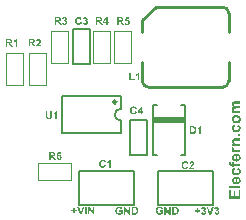
<source format=gto>
G04*
G04 #@! TF.GenerationSoftware,Altium Limited,Altium Designer,20.0.2 (26)*
G04*
G04 Layer_Color=65535*
%FSTAX24Y24*%
%MOIN*%
G70*
G01*
G75*
%ADD10C,0.0100*%
%ADD11C,0.0070*%
%ADD12C,0.0040*%
%ADD13C,0.0060*%
%ADD14R,0.1080X0.0200*%
G36*
X097047Y023985D02*
X096995D01*
X096891Y024153D01*
Y023985D01*
X096843D01*
Y024241D01*
X096893D01*
X096999Y024068D01*
Y024241D01*
X097047D01*
Y023985D01*
D02*
G37*
G36*
X096627D02*
X096571D01*
X096479Y024241D01*
X096535D01*
X0966Y024051D01*
X096662Y024241D01*
X096718D01*
X096627Y023985D01*
D02*
G37*
G36*
X096396Y024134D02*
X096464D01*
Y024088D01*
X096396D01*
Y024022D01*
X096352D01*
Y024088D01*
X096285D01*
Y024134D01*
X096352D01*
Y0242D01*
X096396D01*
Y024134D01*
D02*
G37*
G36*
X096794Y023985D02*
X096742D01*
Y024241D01*
X096794D01*
Y023985D01*
D02*
G37*
G36*
X100946Y02398D02*
X10089D01*
X100798Y024236D01*
X100854D01*
X100919Y024047D01*
X100982Y024236D01*
X101037D01*
X100946Y02398D01*
D02*
G37*
G36*
X100516Y024129D02*
X100584D01*
Y024083D01*
X100516D01*
Y024017D01*
X100472D01*
Y024083D01*
X100405D01*
Y024129D01*
X100472D01*
Y024195D01*
X100516D01*
Y024129D01*
D02*
G37*
G36*
X101138Y024237D02*
X101142Y024237D01*
X101145Y024236D01*
X101149Y024236D01*
X101153Y024234D01*
X101162Y024232D01*
X101167Y02423D01*
X101172Y024227D01*
X101177Y024225D01*
X101182Y024222D01*
X101187Y024218D01*
X101191Y024214D01*
X101191Y024214D01*
X101191Y024213D01*
X101192Y024212D01*
X101194Y024211D01*
X101197Y024207D01*
X1012Y024202D01*
X101203Y024196D01*
X101206Y024188D01*
X101208Y02418D01*
X101208Y024176D01*
X101209Y024172D01*
Y024171D01*
Y02417D01*
X101208Y024168D01*
X101208Y024166D01*
X101208Y024163D01*
X101207Y02416D01*
X101206Y024156D01*
X101204Y024152D01*
X101202Y024148D01*
X1012Y024143D01*
X101197Y024139D01*
X101193Y024135D01*
X101189Y02413D01*
X101184Y024126D01*
X101178Y024122D01*
X101172Y024118D01*
X101172D01*
X101173Y024117D01*
X101174D01*
X101175Y024116D01*
X10118Y024115D01*
X101184Y024113D01*
X10119Y02411D01*
X101196Y024106D01*
X101202Y024102D01*
X101207Y024096D01*
X101208Y024095D01*
X101209Y024093D01*
X101211Y02409D01*
X101214Y024085D01*
X101216Y024079D01*
X101218Y024072D01*
X101219Y024065D01*
X10122Y024056D01*
Y024056D01*
Y024055D01*
Y024053D01*
X10122Y024051D01*
X101219Y024048D01*
X101219Y024045D01*
X101218Y024041D01*
X101217Y024037D01*
X101214Y024028D01*
X101212Y024023D01*
X10121Y024018D01*
X101207Y024013D01*
X101204Y024008D01*
X1012Y024003D01*
X101195Y023999D01*
X101195Y023998D01*
X101194Y023998D01*
X101193Y023997D01*
X101191Y023995D01*
X101188Y023993D01*
X101186Y023991D01*
X101182Y023989D01*
X101178Y023987D01*
X101174Y023985D01*
X10117Y023983D01*
X101164Y023981D01*
X101159Y023979D01*
X101153Y023977D01*
X101147Y023976D01*
X101141Y023975D01*
X101134Y023975D01*
X101131D01*
X101128Y023975D01*
X101125Y023976D01*
X101122Y023976D01*
X101118Y023977D01*
X101114Y023978D01*
X101105Y02398D01*
X101095Y023984D01*
X10109Y023986D01*
X101086Y023988D01*
X101081Y023992D01*
X101076Y023995D01*
X101076Y023995D01*
X101075Y023996D01*
X101074Y023997D01*
X101073Y023999D01*
X101071Y024001D01*
X101069Y024003D01*
X101067Y024006D01*
X101064Y024009D01*
X101062Y024013D01*
X10106Y024017D01*
X101056Y024025D01*
X101052Y024036D01*
X101051Y024041D01*
X10105Y024047D01*
X101097Y024053D01*
Y024053D01*
Y024052D01*
X101098Y02405D01*
X101098Y024047D01*
X1011Y024043D01*
X101101Y024038D01*
X101103Y024034D01*
X101106Y024029D01*
X10111Y024025D01*
X10111Y024025D01*
X101111Y024024D01*
X101114Y024022D01*
X101116Y024021D01*
X10112Y024019D01*
X101124Y024017D01*
X101128Y024016D01*
X101134Y024016D01*
X101134D01*
X101136Y024016D01*
X101139Y024017D01*
X101143Y024017D01*
X101147Y024019D01*
X101151Y024021D01*
X101155Y024024D01*
X101159Y024027D01*
X10116Y024028D01*
X101161Y024029D01*
X101162Y024032D01*
X101165Y024035D01*
X101167Y02404D01*
X101168Y024045D01*
X10117Y024052D01*
X10117Y024059D01*
Y024059D01*
Y024059D01*
Y024062D01*
X10117Y024065D01*
X101169Y024069D01*
X101167Y024074D01*
X101165Y024079D01*
X101163Y024084D01*
X10116Y024088D01*
X101159Y024089D01*
X101158Y02409D01*
X101155Y024092D01*
X101153Y024094D01*
X101149Y024096D01*
X101145Y024098D01*
X101141Y024099D01*
X101135Y024099D01*
X101132D01*
X101129Y024099D01*
X101126Y024099D01*
X101122Y024098D01*
X101118Y024097D01*
X101113Y024096D01*
X101118Y024135D01*
X101121D01*
X101125Y024136D01*
X10113Y024136D01*
X101134Y024137D01*
X10114Y024139D01*
X101144Y024141D01*
X101149Y024144D01*
X101149Y024144D01*
X101151Y024146D01*
X101152Y024148D01*
X101154Y02415D01*
X101156Y024154D01*
X101158Y024158D01*
X101159Y024163D01*
X10116Y024168D01*
Y024169D01*
Y02417D01*
X101159Y024173D01*
X101158Y024176D01*
X101158Y024179D01*
X101156Y024182D01*
X101154Y024186D01*
X101152Y024189D01*
X101151Y024189D01*
X10115Y02419D01*
X101149Y024192D01*
X101146Y024193D01*
X101143Y024194D01*
X10114Y024196D01*
X101135Y024196D01*
X101131Y024197D01*
X101129D01*
X101127Y024196D01*
X101124Y024196D01*
X10112Y024195D01*
X101117Y024193D01*
X101113Y024191D01*
X10111Y024188D01*
X101109Y024187D01*
X101108Y024186D01*
X101107Y024184D01*
X101105Y024181D01*
X101103Y024178D01*
X101101Y024173D01*
X1011Y024168D01*
X101099Y024162D01*
X101054Y02417D01*
Y02417D01*
X101054Y024171D01*
Y024172D01*
X101054Y024174D01*
X101056Y024178D01*
X101057Y024183D01*
X101059Y024189D01*
X101061Y024196D01*
X101064Y024202D01*
X101068Y024207D01*
X101068Y024208D01*
X10107Y024209D01*
X101072Y024212D01*
X101075Y024215D01*
X101078Y024219D01*
X101083Y024222D01*
X101088Y024226D01*
X101094Y024229D01*
X101095D01*
X101095Y02423D01*
X101097Y02423D01*
X101101Y024232D01*
X101105Y024233D01*
X101111Y024235D01*
X101118Y024236D01*
X101125Y024237D01*
X101133Y024237D01*
X101136D01*
X101138Y024237D01*
D02*
G37*
G36*
X100701D02*
X100704Y024237D01*
X100707Y024236D01*
X100711Y024236D01*
X100716Y024234D01*
X100725Y024232D01*
X10073Y02423D01*
X100735Y024227D01*
X10074Y024225D01*
X100744Y024222D01*
X100749Y024218D01*
X100753Y024214D01*
X100753Y024214D01*
X100754Y024213D01*
X100755Y024212D01*
X100756Y024211D01*
X100759Y024207D01*
X100762Y024202D01*
X100765Y024196D01*
X100768Y024188D01*
X10077Y02418D01*
X100771Y024176D01*
X100771Y024172D01*
Y024171D01*
Y02417D01*
X100771Y024168D01*
X10077Y024166D01*
X10077Y024163D01*
X100769Y02416D01*
X100768Y024156D01*
X100767Y024152D01*
X100764Y024148D01*
X100762Y024143D01*
X100759Y024139D01*
X100755Y024135D01*
X100751Y02413D01*
X100746Y024126D01*
X100741Y024122D01*
X100734Y024118D01*
X100734D01*
X100735Y024117D01*
X100736D01*
X100738Y024116D01*
X100742Y024115D01*
X100747Y024113D01*
X100752Y02411D01*
X100758Y024106D01*
X100764Y024102D01*
X100769Y024096D01*
X10077Y024095D01*
X100771Y024093D01*
X100773Y02409D01*
X100776Y024085D01*
X100778Y024079D01*
X10078Y024072D01*
X100782Y024065D01*
X100782Y024056D01*
Y024056D01*
Y024055D01*
Y024053D01*
X100782Y024051D01*
X100782Y024048D01*
X100781Y024045D01*
X10078Y024041D01*
X10078Y024037D01*
X100777Y024028D01*
X100774Y024023D01*
X100772Y024018D01*
X100769Y024013D01*
X100766Y024008D01*
X100762Y024003D01*
X100758Y023999D01*
X100757Y023998D01*
X100757Y023998D01*
X100755Y023997D01*
X100753Y023995D01*
X100751Y023993D01*
X100748Y023991D01*
X100744Y023989D01*
X100741Y023987D01*
X100737Y023985D01*
X100732Y023983D01*
X100727Y023981D01*
X100721Y023979D01*
X100716Y023977D01*
X10071Y023976D01*
X100703Y023975D01*
X100696Y023975D01*
X100693D01*
X10069Y023975D01*
X100687Y023976D01*
X100684Y023976D01*
X10068Y023977D01*
X100676Y023978D01*
X100667Y02398D01*
X100657Y023984D01*
X100652Y023986D01*
X100648Y023988D01*
X100643Y023992D01*
X100639Y023995D01*
X100638Y023995D01*
X100637Y023996D01*
X100636Y023997D01*
X100635Y023999D01*
X100633Y024001D01*
X100631Y024003D01*
X100629Y024006D01*
X100627Y024009D01*
X100625Y024013D01*
X100622Y024017D01*
X100618Y024025D01*
X100615Y024036D01*
X100613Y024041D01*
X100612Y024047D01*
X10066Y024053D01*
Y024053D01*
Y024052D01*
X10066Y02405D01*
X100661Y024047D01*
X100662Y024043D01*
X100664Y024038D01*
X100666Y024034D01*
X100669Y024029D01*
X100672Y024025D01*
X100672Y024025D01*
X100674Y024024D01*
X100676Y024022D01*
X100679Y024021D01*
X100682Y024019D01*
X100686Y024017D01*
X100691Y024016D01*
X100696Y024016D01*
X100697D01*
X100698Y024016D01*
X100701Y024017D01*
X100705Y024017D01*
X100709Y024019D01*
X100713Y024021D01*
X100717Y024024D01*
X100721Y024027D01*
X100722Y024028D01*
X100723Y024029D01*
X100725Y024032D01*
X100727Y024035D01*
X100729Y02404D01*
X100731Y024045D01*
X100732Y024052D01*
X100732Y024059D01*
Y024059D01*
Y024059D01*
Y024062D01*
X100732Y024065D01*
X100731Y024069D01*
X10073Y024074D01*
X100728Y024079D01*
X100725Y024084D01*
X100722Y024088D01*
X100721Y024089D01*
X10072Y02409D01*
X100718Y024092D01*
X100715Y024094D01*
X100711Y024096D01*
X100707Y024098D01*
X100703Y024099D01*
X100698Y024099D01*
X100694D01*
X100691Y024099D01*
X100688Y024099D01*
X100684Y024098D01*
X10068Y024097D01*
X100675Y024096D01*
X10068Y024135D01*
X100684D01*
X100687Y024136D01*
X100692Y024136D01*
X100697Y024137D01*
X100702Y024139D01*
X100707Y024141D01*
X100711Y024144D01*
X100711Y024144D01*
X100713Y024146D01*
X100714Y024148D01*
X100717Y02415D01*
X100718Y024154D01*
X10072Y024158D01*
X100721Y024163D01*
X100722Y024168D01*
Y024169D01*
Y02417D01*
X100721Y024173D01*
X100721Y024176D01*
X10072Y024179D01*
X100718Y024182D01*
X100717Y024186D01*
X100714Y024189D01*
X100714Y024189D01*
X100713Y02419D01*
X100711Y024192D01*
X100708Y024193D01*
X100706Y024194D01*
X100702Y024196D01*
X100698Y024196D01*
X100693Y024197D01*
X100691D01*
X100689Y024196D01*
X100686Y024196D01*
X100683Y024195D01*
X100679Y024193D01*
X100675Y024191D01*
X100672Y024188D01*
X100671Y024187D01*
X10067Y024186D01*
X100669Y024184D01*
X100667Y024181D01*
X100665Y024178D01*
X100664Y024173D01*
X100662Y024168D01*
X100661Y024162D01*
X100616Y02417D01*
Y02417D01*
X100616Y024171D01*
Y024172D01*
X100617Y024174D01*
X100618Y024178D01*
X100619Y024183D01*
X100622Y024189D01*
X100624Y024196D01*
X100627Y024202D01*
X10063Y024207D01*
X10063Y024208D01*
X100632Y024209D01*
X100634Y024212D01*
X100637Y024215D01*
X100641Y024219D01*
X100645Y024222D01*
X100651Y024226D01*
X100657Y024229D01*
X100657D01*
X100657Y02423D01*
X10066Y02423D01*
X100663Y024232D01*
X100668Y024233D01*
X100673Y024235D01*
X10068Y024236D01*
X100687Y024237D01*
X100695Y024237D01*
X100698D01*
X100701Y024237D01*
D02*
G37*
G36*
X097889Y02424D02*
X097893Y02424D01*
X097898Y02424D01*
X097903Y024239D01*
X097909Y024238D01*
X097921Y024236D01*
X097933Y024232D01*
X097939Y02423D01*
X097945Y024227D01*
X097951Y024224D01*
X097956Y024221D01*
X097956Y02422D01*
X097957Y02422D01*
X097959Y024219D01*
X09796Y024217D01*
X097963Y024215D01*
X097965Y024213D01*
X097967Y02421D01*
X09797Y024206D01*
X097973Y024203D01*
X097976Y024199D01*
X097979Y024194D01*
X097982Y024189D01*
X097985Y024184D01*
X097987Y024178D01*
X097989Y024172D01*
X097991Y024166D01*
X097939Y024156D01*
Y024156D01*
X097939Y024157D01*
X097938Y024159D01*
X097937Y024162D01*
X097935Y024167D01*
X097932Y024172D01*
X097928Y024176D01*
X097924Y024181D01*
X097919Y024186D01*
X097918Y024186D01*
X097916Y024187D01*
X097913Y024189D01*
X097909Y024191D01*
X097903Y024193D01*
X097897Y024195D01*
X09789Y024196D01*
X097882Y024197D01*
X097878D01*
X097876Y024196D01*
X097873Y024196D01*
X09787Y024196D01*
X097866Y024195D01*
X097862Y024194D01*
X097854Y024192D01*
X097849Y02419D01*
X097845Y024187D01*
X09784Y024185D01*
X097836Y024182D01*
X097832Y024179D01*
X097828Y024175D01*
X097827Y024175D01*
X097827Y024174D01*
X097826Y024173D01*
X097825Y024171D01*
X097823Y024169D01*
X097821Y024166D01*
X097819Y024163D01*
X097818Y024159D01*
X097816Y024155D01*
X097814Y02415D01*
X097812Y024145D01*
X097811Y024139D01*
X09781Y024133D01*
X097809Y024126D01*
X097808Y024119D01*
X097808Y024111D01*
Y024111D01*
Y024109D01*
Y024106D01*
X097808Y024103D01*
X097809Y024099D01*
X097809Y024095D01*
X09781Y02409D01*
X097811Y024085D01*
X097813Y024074D01*
X097817Y024062D01*
X097819Y024057D01*
X097821Y024052D01*
X097825Y024047D01*
X097828Y024042D01*
X097828Y024042D01*
X097829Y024041D01*
X09783Y02404D01*
X097832Y024038D01*
X097834Y024037D01*
X097836Y024035D01*
X097839Y024033D01*
X097842Y024031D01*
X097846Y024028D01*
X09785Y024027D01*
X097859Y024023D01*
X097864Y024021D01*
X097869Y02402D01*
X097875Y024019D01*
X097881Y024019D01*
X097884D01*
X097887Y024019D01*
X097892Y02402D01*
X097896Y024021D01*
X097902Y024022D01*
X097908Y024023D01*
X097914Y024025D01*
X097914D01*
X097915Y024026D01*
X097916Y024027D01*
X09792Y024028D01*
X097923Y02403D01*
X097928Y024032D01*
X097933Y024035D01*
X097937Y024038D01*
X097942Y024041D01*
Y024074D01*
X097883D01*
Y024117D01*
X097994D01*
Y024014D01*
X097993Y024014D01*
X097992Y024013D01*
X097991Y024012D01*
X097989Y02401D01*
X097987Y024009D01*
X097982Y024005D01*
X097975Y024001D01*
X097967Y023996D01*
X097958Y023991D01*
X097947Y023987D01*
X097946D01*
X097945Y023987D01*
X097944Y023986D01*
X097942Y023985D01*
X097939Y023984D01*
X097935Y023983D01*
X097932Y023982D01*
X097928Y023981D01*
X097918Y023979D01*
X097908Y023977D01*
X097896Y023975D01*
X097885Y023975D01*
X097881D01*
X097878Y023975D01*
X097874D01*
X09787Y023976D01*
X097866Y023977D01*
X097861Y023977D01*
X09785Y023979D01*
X097838Y023982D01*
X097826Y023986D01*
X09782Y023989D01*
X097814Y023992D01*
X097814Y023992D01*
X097813Y023992D01*
X097811Y023994D01*
X097809Y023995D01*
X097807Y023997D01*
X097804Y023999D01*
X097801Y024001D01*
X097798Y024004D01*
X09779Y024011D01*
X097783Y024019D01*
X097776Y024029D01*
X09777Y02404D01*
Y024041D01*
X097769Y024042D01*
X097768Y024044D01*
X097767Y024046D01*
X097766Y024049D01*
X097765Y024052D01*
X097764Y024056D01*
X097762Y024061D01*
X097761Y024065D01*
X09776Y024071D01*
X097757Y024082D01*
X097755Y024095D01*
X097755Y024109D01*
Y024109D01*
Y024111D01*
Y024113D01*
X097755Y024115D01*
Y024119D01*
X097755Y024123D01*
X097756Y024128D01*
X097757Y024133D01*
X097759Y024143D01*
X097762Y024156D01*
X097766Y024168D01*
X097768Y024174D01*
X097771Y02418D01*
X097772Y02418D01*
X097772Y024181D01*
X097773Y024183D01*
X097774Y024185D01*
X097776Y024187D01*
X097778Y02419D01*
X097781Y024194D01*
X097784Y024197D01*
X097787Y024201D01*
X097791Y024205D01*
X097795Y024209D01*
X097799Y024213D01*
X097804Y024217D01*
X097809Y024221D01*
X09782Y024228D01*
X097821D01*
X097821Y024229D01*
X097823Y024229D01*
X097825Y02423D01*
X097827Y024231D01*
X09783Y024232D01*
X097834Y024233D01*
X097837Y024234D01*
X097841Y024236D01*
X097846Y024237D01*
X097851Y024238D01*
X097856Y024239D01*
X097868Y02424D01*
X097882Y024241D01*
X097886D01*
X097889Y02424D01*
D02*
G37*
G36*
X098246Y02398D02*
X098194D01*
X09809Y024149D01*
Y02398D01*
X098042D01*
Y024236D01*
X098092D01*
X098198Y024064D01*
Y024236D01*
X098246D01*
Y02398D01*
D02*
G37*
G36*
X098406Y024236D02*
X098413Y024235D01*
X09842Y024235D01*
X098428Y024234D01*
X098436Y024233D01*
X098443Y024231D01*
X098444D01*
X098444Y02423D01*
X098446Y02423D01*
X098447Y02423D01*
X098451Y024228D01*
X098457Y024225D01*
X098463Y024222D01*
X098469Y024218D01*
X098475Y024213D01*
X098482Y024207D01*
X098482D01*
X098483Y024206D01*
X098484Y024204D01*
X098487Y0242D01*
X098491Y024196D01*
X098495Y02419D01*
X098499Y024183D01*
X098503Y024175D01*
X098506Y024166D01*
Y024165D01*
X098507Y024165D01*
X098507Y024163D01*
X098508Y024161D01*
X098508Y024159D01*
X098509Y024156D01*
X09851Y024153D01*
X098511Y024149D01*
X098511Y024145D01*
X098512Y02414D01*
X098513Y024135D01*
X098513Y02413D01*
X098514Y024118D01*
X098515Y024105D01*
Y024105D01*
Y024104D01*
Y024102D01*
Y0241D01*
X098514Y024097D01*
Y024094D01*
X098514Y024091D01*
X098514Y024086D01*
X098513Y024078D01*
X098511Y024069D01*
X098509Y02406D01*
X098507Y024051D01*
Y024051D01*
X098506Y02405D01*
X098505Y024048D01*
X098505Y024046D01*
X098504Y024044D01*
X098502Y024041D01*
X0985Y024035D01*
X098496Y024028D01*
X098491Y02402D01*
X098485Y024012D01*
X098479Y024005D01*
X098478Y024005D01*
X098477Y024003D01*
X098474Y024001D01*
X09847Y023998D01*
X098464Y023995D01*
X098458Y023991D01*
X098451Y023988D01*
X098443Y023985D01*
X098443D01*
X098442Y023985D01*
X098441D01*
X09844Y023984D01*
X098436Y023984D01*
X098431Y023983D01*
X098424Y023981D01*
X098417Y023981D01*
X098407Y02398D01*
X098397Y02398D01*
X0983D01*
Y024236D01*
X098403D01*
X098406Y024236D01*
D02*
G37*
G36*
X099239Y02424D02*
X099243Y02424D01*
X099248Y02424D01*
X099253Y024239D01*
X099259Y024238D01*
X099271Y024236D01*
X099283Y024232D01*
X099289Y02423D01*
X099295Y024227D01*
X099301Y024224D01*
X099306Y024221D01*
X099306Y02422D01*
X099307Y02422D01*
X099309Y024219D01*
X09931Y024217D01*
X099313Y024215D01*
X099315Y024213D01*
X099317Y02421D01*
X09932Y024206D01*
X099323Y024203D01*
X099326Y024199D01*
X099329Y024194D01*
X099332Y024189D01*
X099335Y024184D01*
X099337Y024178D01*
X099339Y024172D01*
X099341Y024166D01*
X099289Y024156D01*
Y024156D01*
X099289Y024157D01*
X099288Y024159D01*
X099287Y024162D01*
X099285Y024167D01*
X099282Y024172D01*
X099278Y024176D01*
X099274Y024181D01*
X099269Y024186D01*
X099268Y024186D01*
X099266Y024187D01*
X099263Y024189D01*
X099259Y024191D01*
X099253Y024193D01*
X099247Y024195D01*
X09924Y024196D01*
X099232Y024197D01*
X099228D01*
X099226Y024196D01*
X099223Y024196D01*
X09922Y024196D01*
X099216Y024195D01*
X099212Y024194D01*
X099204Y024192D01*
X099199Y02419D01*
X099195Y024187D01*
X09919Y024185D01*
X099186Y024182D01*
X099182Y024179D01*
X099178Y024175D01*
X099177Y024175D01*
X099177Y024174D01*
X099176Y024173D01*
X099175Y024171D01*
X099173Y024169D01*
X099171Y024166D01*
X099169Y024163D01*
X099168Y024159D01*
X099166Y024155D01*
X099164Y02415D01*
X099162Y024145D01*
X099161Y024139D01*
X09916Y024133D01*
X099159Y024126D01*
X099158Y024119D01*
X099158Y024111D01*
Y024111D01*
Y024109D01*
Y024106D01*
X099158Y024103D01*
X099159Y024099D01*
X099159Y024095D01*
X09916Y02409D01*
X099161Y024085D01*
X099163Y024074D01*
X099167Y024062D01*
X099169Y024057D01*
X099171Y024052D01*
X099175Y024047D01*
X099178Y024042D01*
X099178Y024042D01*
X099179Y024041D01*
X09918Y02404D01*
X099182Y024038D01*
X099184Y024037D01*
X099186Y024035D01*
X099189Y024033D01*
X099192Y024031D01*
X099196Y024028D01*
X0992Y024027D01*
X099209Y024023D01*
X099214Y024021D01*
X099219Y02402D01*
X099225Y024019D01*
X099231Y024019D01*
X099234D01*
X099237Y024019D01*
X099242Y02402D01*
X099246Y024021D01*
X099252Y024022D01*
X099258Y024023D01*
X099264Y024025D01*
X099264D01*
X099265Y024026D01*
X099266Y024027D01*
X09927Y024028D01*
X099273Y02403D01*
X099278Y024032D01*
X099283Y024035D01*
X099288Y024038D01*
X099292Y024041D01*
Y024074D01*
X099233D01*
Y024117D01*
X099344D01*
Y024014D01*
X099343Y024014D01*
X099342Y024013D01*
X099341Y024012D01*
X099339Y02401D01*
X099337Y024009D01*
X099332Y024005D01*
X099325Y024001D01*
X099317Y023996D01*
X099308Y023991D01*
X099297Y023987D01*
X099296D01*
X099295Y023987D01*
X099294Y023986D01*
X099292Y023985D01*
X099289Y023984D01*
X099285Y023983D01*
X099282Y023982D01*
X099278Y023981D01*
X099268Y023979D01*
X099258Y023977D01*
X099246Y023975D01*
X099235Y023975D01*
X099231D01*
X099228Y023975D01*
X099224D01*
X09922Y023976D01*
X099216Y023977D01*
X099211Y023977D01*
X0992Y023979D01*
X099188Y023982D01*
X099176Y023986D01*
X09917Y023989D01*
X099164Y023992D01*
X099164Y023992D01*
X099163Y023992D01*
X099161Y023994D01*
X099159Y023995D01*
X099157Y023997D01*
X099154Y023999D01*
X099151Y024001D01*
X099148Y024004D01*
X09914Y024011D01*
X099133Y024019D01*
X099126Y024029D01*
X09912Y02404D01*
Y024041D01*
X099119Y024042D01*
X099118Y024044D01*
X099117Y024046D01*
X099116Y024049D01*
X099115Y024052D01*
X099114Y024056D01*
X099112Y024061D01*
X099111Y024065D01*
X09911Y024071D01*
X099107Y024082D01*
X099105Y024095D01*
X099105Y024109D01*
Y024109D01*
Y024111D01*
Y024113D01*
X099105Y024115D01*
Y024119D01*
X099105Y024123D01*
X099106Y024128D01*
X099107Y024133D01*
X099109Y024143D01*
X099112Y024156D01*
X099116Y024168D01*
X099118Y024174D01*
X099121Y02418D01*
X099122Y02418D01*
X099122Y024181D01*
X099123Y024183D01*
X099124Y024185D01*
X099126Y024187D01*
X099128Y02419D01*
X099131Y024194D01*
X099134Y024197D01*
X099137Y024201D01*
X099141Y024205D01*
X099145Y024209D01*
X099149Y024213D01*
X099154Y024217D01*
X099159Y024221D01*
X09917Y024228D01*
X099171D01*
X099171Y024229D01*
X099173Y024229D01*
X099175Y02423D01*
X099177Y024231D01*
X09918Y024232D01*
X099184Y024233D01*
X099187Y024234D01*
X099191Y024236D01*
X099196Y024237D01*
X099201Y024238D01*
X099206Y024239D01*
X099218Y02424D01*
X099232Y024241D01*
X099236D01*
X099239Y02424D01*
D02*
G37*
G36*
X099596Y02398D02*
X099544D01*
X09944Y024149D01*
Y02398D01*
X099392D01*
Y024236D01*
X099442D01*
X099548Y024064D01*
Y024236D01*
X099596D01*
Y02398D01*
D02*
G37*
G36*
X099756Y024236D02*
X099763Y024235D01*
X09977Y024235D01*
X099778Y024234D01*
X099786Y024233D01*
X099793Y024231D01*
X099794D01*
X099794Y02423D01*
X099796Y02423D01*
X099797Y02423D01*
X099801Y024228D01*
X099807Y024225D01*
X099813Y024222D01*
X099819Y024218D01*
X099825Y024213D01*
X099832Y024207D01*
X099832D01*
X099833Y024206D01*
X099834Y024204D01*
X099837Y0242D01*
X099841Y024196D01*
X099845Y02419D01*
X099849Y024183D01*
X099853Y024175D01*
X099856Y024166D01*
Y024165D01*
X099857Y024165D01*
X099857Y024163D01*
X099858Y024161D01*
X099858Y024159D01*
X099859Y024156D01*
X09986Y024153D01*
X099861Y024149D01*
X099861Y024145D01*
X099862Y02414D01*
X099863Y024135D01*
X099863Y02413D01*
X099864Y024118D01*
X099865Y024105D01*
Y024105D01*
Y024104D01*
Y024102D01*
Y0241D01*
X099864Y024097D01*
Y024094D01*
X099864Y024091D01*
X099864Y024086D01*
X099863Y024078D01*
X099861Y024069D01*
X099859Y02406D01*
X099857Y024051D01*
Y024051D01*
X099856Y02405D01*
X099855Y024048D01*
X099855Y024046D01*
X099854Y024044D01*
X099852Y024041D01*
X09985Y024035D01*
X099846Y024028D01*
X099841Y02402D01*
X099835Y024012D01*
X099829Y024005D01*
X099828Y024005D01*
X099827Y024003D01*
X099824Y024001D01*
X09982Y023998D01*
X099814Y023995D01*
X099808Y023991D01*
X099801Y023988D01*
X099793Y023985D01*
X099793D01*
X099792Y023985D01*
X099791D01*
X09979Y023984D01*
X099786Y023984D01*
X099781Y023983D01*
X099774Y023981D01*
X099767Y023981D01*
X099757Y02398D01*
X099747Y02398D01*
X09965D01*
Y024236D01*
X099753D01*
X099756Y024236D01*
D02*
G37*
G36*
X101924Y027682D02*
X101768D01*
X101767D01*
X101766D01*
X101764D01*
X101761D01*
X101754Y027681D01*
X101746Y027681D01*
X101737Y02768D01*
X101729Y027678D01*
X101721Y027677D01*
X101718Y027675D01*
X101716Y027674D01*
X101715Y027673D01*
X101713Y027672D01*
X101711Y02767D01*
X101707Y027666D01*
X101705Y027662D01*
X101702Y027656D01*
X1017Y02765D01*
X1017Y027643D01*
Y02764D01*
X1017Y027637D01*
X101701Y027634D01*
X101702Y027629D01*
X101704Y027624D01*
X101706Y027619D01*
X101709Y027614D01*
X10171Y027613D01*
X101711Y027612D01*
X101713Y02761D01*
X101716Y027607D01*
X10172Y027604D01*
X101724Y0276D01*
X10173Y027598D01*
X101736Y027595D01*
X101737D01*
X10174Y027594D01*
X101744Y027593D01*
X10175Y027592D01*
X101758Y027591D01*
X101768Y02759D01*
X101779Y027589D01*
X101793D01*
X101924D01*
Y027517D01*
X101775D01*
X101774D01*
X101773D01*
X101771D01*
X101768D01*
X101761D01*
X101753Y027516D01*
X101745Y027516D01*
X101736Y027515D01*
X101729Y027514D01*
X101725Y027513D01*
X101723Y027512D01*
X101723D01*
X101721Y027512D01*
X101719Y027511D01*
X101717Y02751D01*
X101711Y027506D01*
X101708Y027503D01*
X101706Y0275D01*
X101705Y0275D01*
X101705Y027499D01*
X101704Y027497D01*
X101702Y027495D01*
X101701Y027492D01*
X101701Y027488D01*
X1017Y027483D01*
Y027476D01*
X1017Y027472D01*
X101701Y027469D01*
X101702Y027464D01*
X101704Y027459D01*
X101706Y027454D01*
X101709Y027448D01*
X10171Y027448D01*
X101711Y027446D01*
X101713Y027444D01*
X101716Y027441D01*
X101719Y027438D01*
X101724Y027435D01*
X101729Y027432D01*
X101735Y027429D01*
X101736D01*
X101739Y027428D01*
X101743Y027428D01*
X101748Y027427D01*
X101757Y027426D01*
X101766Y027425D01*
X101778Y027424D01*
X101791D01*
X101924D01*
Y027351D01*
X10165D01*
Y027418D01*
X101688D01*
X101687Y027418D01*
X101686Y02742D01*
X101684Y027422D01*
X101681Y027424D01*
X101677Y027428D01*
X101674Y027432D01*
X10167Y027436D01*
X101666Y027442D01*
X101662Y027448D01*
X101658Y027454D01*
X101651Y027469D01*
X101648Y027477D01*
X101646Y027485D01*
X101645Y027494D01*
X101644Y027503D01*
Y027507D01*
X101645Y027512D01*
X101645Y027518D01*
X101647Y027525D01*
X101648Y027533D01*
X101651Y027541D01*
X101655Y027548D01*
X101656Y027549D01*
X101657Y027552D01*
X101659Y027555D01*
X101663Y02756D01*
X101668Y027565D01*
X101674Y02757D01*
X101681Y027576D01*
X101688Y027581D01*
X101687Y027582D01*
X101684Y027584D01*
X101681Y027587D01*
X101676Y027592D01*
X10167Y027598D01*
X101665Y027605D01*
X101659Y027612D01*
X101655Y027619D01*
X101654Y02762D01*
X101653Y027623D01*
X101652Y027628D01*
X10165Y027633D01*
X101647Y02764D01*
X101646Y027647D01*
X101645Y027655D01*
X101644Y027664D01*
Y027669D01*
X101645Y027675D01*
X101646Y027682D01*
X101647Y02769D01*
X10165Y027698D01*
X101652Y027707D01*
X101657Y027715D01*
X101657Y027716D01*
X101659Y027718D01*
X101662Y027722D01*
X101665Y027727D01*
X101671Y027732D01*
X101677Y027737D01*
X101684Y027742D01*
X101693Y027747D01*
X101693Y027747D01*
X101696Y027748D01*
X1017Y027749D01*
X101706Y02775D01*
X101714Y027752D01*
X101724Y027753D01*
X101736Y027754D01*
X101749Y027754D01*
X101924D01*
Y027682D01*
D02*
G37*
G36*
X101797Y027299D02*
X101802Y027299D01*
X101808Y027298D01*
X101816Y027297D01*
X101823Y027295D01*
X101831Y027293D01*
X101839Y02729D01*
X101848Y027287D01*
X101856Y027283D01*
X101865Y027278D01*
X101873Y027273D01*
X101882Y027267D01*
X10189Y02726D01*
X10189Y027259D01*
X101891Y027258D01*
X101894Y027256D01*
X101896Y027252D01*
X101899Y027249D01*
X101902Y027244D01*
X101906Y027238D01*
X10191Y027232D01*
X101914Y027225D01*
X101918Y027218D01*
X101921Y027209D01*
X101924Y0272D01*
X101926Y027191D01*
X101929Y02718D01*
X10193Y02717D01*
X10193Y027159D01*
Y027155D01*
X10193Y027152D01*
Y027149D01*
X101929Y027145D01*
X101928Y027136D01*
X101926Y027124D01*
X101923Y027112D01*
X101919Y0271D01*
X101913Y027086D01*
Y027086D01*
X101913Y027085D01*
X101912Y027083D01*
X10191Y027081D01*
X101906Y027075D01*
X101901Y027067D01*
X101894Y027059D01*
X101885Y02705D01*
X101875Y027042D01*
X101864Y027035D01*
X101863D01*
X101862Y027034D01*
X10186Y027033D01*
X101858Y027032D01*
X101854Y027031D01*
X10185Y027029D01*
X101846Y027027D01*
X101841Y027026D01*
X101836Y027024D01*
X10183Y027023D01*
X101816Y02702D01*
X1018Y027018D01*
X101783Y027017D01*
X101783D01*
X101782D01*
X101779D01*
X101777Y027018D01*
X101774D01*
X10177Y027018D01*
X101761Y027019D01*
X101751Y027021D01*
X101739Y027025D01*
X101727Y027029D01*
X101714Y027035D01*
X101713D01*
X101712Y027036D01*
X101711Y027036D01*
X101708Y027038D01*
X101702Y027042D01*
X101695Y027048D01*
X101687Y027055D01*
X101678Y027064D01*
X10167Y027073D01*
X101662Y027085D01*
Y027085D01*
X101662Y027086D01*
X10166Y027088D01*
X101659Y027091D01*
X101658Y027094D01*
X101657Y027097D01*
X101655Y027102D01*
X101653Y027106D01*
X10165Y027117D01*
X101647Y02713D01*
X101645Y027143D01*
X101644Y027158D01*
Y027164D01*
X101645Y027168D01*
X101645Y027174D01*
X101646Y02718D01*
X101647Y027187D01*
X101649Y027194D01*
X101651Y027202D01*
X101654Y02721D01*
X101657Y027219D01*
X101661Y027227D01*
X101666Y027236D01*
X101671Y027244D01*
X101677Y027252D01*
X101684Y02726D01*
X101685Y027261D01*
X101686Y027262D01*
X101689Y027264D01*
X101692Y027266D01*
X101696Y027269D01*
X1017Y027273D01*
X101706Y027276D01*
X101712Y02728D01*
X101719Y027284D01*
X101727Y027287D01*
X101736Y027291D01*
X101745Y027294D01*
X101754Y027296D01*
X101764Y027298D01*
X101775Y027299D01*
X101787Y0273D01*
X101787D01*
X101789D01*
X101793D01*
X101797Y027299D01*
D02*
G37*
G36*
X101834Y026982D02*
X101836Y026981D01*
X10184Y02698D01*
X101843Y026978D01*
X101848Y026977D01*
X101859Y026972D01*
X101871Y026967D01*
X101883Y026959D01*
X101895Y02695D01*
X101901Y026944D01*
X101906Y026939D01*
Y026938D01*
X101907Y026937D01*
X101908Y026936D01*
X101909Y026934D01*
X101911Y02693D01*
X101913Y026926D01*
X101915Y026922D01*
X101918Y026917D01*
X10192Y026911D01*
X101923Y026905D01*
X101925Y026898D01*
X101926Y02689D01*
X101928Y026882D01*
X101929Y026874D01*
X10193Y026865D01*
X10193Y026855D01*
Y026849D01*
X10193Y026845D01*
X101929Y02684D01*
X101928Y026834D01*
X101927Y026828D01*
X101925Y026821D01*
X101924Y026813D01*
X101921Y026805D01*
X101918Y026797D01*
X101914Y026789D01*
X10191Y026781D01*
X101905Y026774D01*
X101899Y026767D01*
X101892Y026759D01*
X101892Y026759D01*
X101891Y026758D01*
X101889Y026756D01*
X101885Y026754D01*
X101882Y026751D01*
X101877Y026748D01*
X101872Y026745D01*
X101865Y026742D01*
X101858Y026738D01*
X10185Y026735D01*
X101842Y026732D01*
X101832Y026729D01*
X101822Y026727D01*
X101812Y026726D01*
X1018Y026724D01*
X101788Y026724D01*
X101787D01*
X101785D01*
X101781D01*
X101777Y026724D01*
X101771Y026725D01*
X101764Y026726D01*
X101757Y026727D01*
X101749Y026728D01*
X101732Y026733D01*
X101723Y026735D01*
X101715Y026739D01*
X101706Y026743D01*
X101698Y026748D01*
X10169Y026753D01*
X101682Y026759D01*
X101682Y02676D01*
X101681Y026761D01*
X101679Y026763D01*
X101676Y026766D01*
X101674Y02677D01*
X10167Y026774D01*
X101666Y026779D01*
X101663Y026785D01*
X101659Y026792D01*
X101656Y026799D01*
X101653Y026807D01*
X10165Y026816D01*
X101647Y026824D01*
X101646Y026835D01*
X101645Y026845D01*
X101644Y026856D01*
Y026861D01*
X101645Y026864D01*
Y026869D01*
X101645Y026874D01*
X101646Y026879D01*
X101647Y026885D01*
X10165Y026898D01*
X101653Y026911D01*
X101659Y026924D01*
X101666Y026936D01*
Y026936D01*
X101667Y026937D01*
X101668Y026938D01*
X10167Y026941D01*
X101675Y026946D01*
X101682Y026952D01*
X101691Y026959D01*
X101702Y026966D01*
X101715Y026973D01*
X10173Y026978D01*
X101743Y026907D01*
X101742D01*
X10174Y026906D01*
X101736Y026905D01*
X101731Y026904D01*
X101727Y026901D01*
X101721Y026898D01*
X101716Y026894D01*
X101712Y02689D01*
X101711Y026889D01*
X10171Y026888D01*
X101708Y026885D01*
X101706Y026881D01*
X101704Y026876D01*
X101702Y026871D01*
X101701Y026864D01*
X101701Y026857D01*
Y026856D01*
X101701Y026853D01*
X101702Y026848D01*
X101703Y026841D01*
X101706Y026835D01*
X101709Y026828D01*
X101713Y026821D01*
X10172Y026814D01*
X101721Y026813D01*
X101724Y026812D01*
X101728Y026809D01*
X101735Y026806D01*
X101743Y026803D01*
X101748Y026802D01*
X101754Y026801D01*
X10176Y0268D01*
X101767Y026799D01*
X101775Y026798D01*
X101782D01*
X101783D01*
X101784D01*
X101787D01*
X10179Y026799D01*
X101794D01*
X101799Y026799D01*
X10181Y0268D01*
X101821Y026802D01*
X101832Y026805D01*
X101843Y026809D01*
X101847Y026812D01*
X101852Y026815D01*
X101853Y026815D01*
X101855Y026818D01*
X101858Y026821D01*
X101861Y026826D01*
X101865Y026833D01*
X101868Y02684D01*
X10187Y026848D01*
X101871Y026858D01*
Y026862D01*
X101871Y026865D01*
X10187Y02687D01*
X101868Y026876D01*
X101866Y026881D01*
X101864Y026887D01*
X10186Y026892D01*
X101859Y026893D01*
X101858Y026894D01*
X101855Y026896D01*
X10185Y0269D01*
X101845Y026903D01*
X101838Y026906D01*
X101829Y026909D01*
X101819Y026911D01*
X101831Y026982D01*
X101832D01*
X101834Y026982D01*
D02*
G37*
G36*
X101924Y026593D02*
X101852D01*
Y026665D01*
X101924D01*
Y026593D01*
D02*
G37*
G36*
Y026447D02*
X101785D01*
X101784D01*
X101783D01*
X101781D01*
X101778D01*
X101774D01*
X10177D01*
X101761Y026447D01*
X101752Y026446D01*
X101742Y026445D01*
X101734Y026444D01*
X10173Y026443D01*
X101728Y026442D01*
X101727D01*
X101725Y026441D01*
X101723Y02644D01*
X10172Y026438D01*
X101713Y026433D01*
X10171Y026431D01*
X101707Y026427D01*
X101707Y026426D01*
X101706Y026425D01*
X101705Y026423D01*
X101704Y02642D01*
X101702Y026416D01*
X101701Y026412D01*
X1017Y026407D01*
X1017Y026402D01*
Y026398D01*
X1017Y026395D01*
X101701Y026391D01*
X101702Y026385D01*
X101704Y02638D01*
X101707Y026374D01*
X10171Y026368D01*
X101711Y026367D01*
X101712Y026366D01*
X101715Y026363D01*
X101717Y02636D01*
X101722Y026356D01*
X101726Y026353D01*
X101732Y02635D01*
X101738Y026348D01*
X101739D01*
X101741Y026347D01*
X101746Y026346D01*
X101752Y026345D01*
X101756Y026344D01*
X101761Y026344D01*
X101766Y026343D01*
X101772D01*
X101778Y026343D01*
X101785Y026342D01*
X101793D01*
X101801D01*
X101924D01*
Y02627D01*
X10165D01*
Y026337D01*
X10169D01*
X10169Y026337D01*
X101688Y026338D01*
X101686Y026341D01*
X101683Y026343D01*
X10168Y026347D01*
X101676Y026351D01*
X101671Y026356D01*
X101667Y026361D01*
X101663Y026367D01*
X101659Y026374D01*
X101655Y026382D01*
X101651Y02639D01*
X101648Y026398D01*
X101646Y026407D01*
X101645Y026417D01*
X101644Y026427D01*
Y026431D01*
X101645Y026436D01*
X101645Y026442D01*
X101646Y026448D01*
X101648Y026455D01*
X10165Y026463D01*
X101653Y026471D01*
X101653Y026472D01*
X101654Y026474D01*
X101656Y026478D01*
X101659Y026482D01*
X101662Y026487D01*
X101666Y026492D01*
X10167Y026497D01*
X101675Y026501D01*
X101676Y026502D01*
X101677Y026503D01*
X10168Y026504D01*
X101684Y026507D01*
X101688Y026509D01*
X101694Y026512D01*
X101699Y026514D01*
X101706Y026515D01*
X101706D01*
X101709Y026516D01*
X101713Y026517D01*
X101718Y026518D01*
X101725Y026519D01*
X101734Y026519D01*
X101743Y02652D01*
X101754D01*
X101924D01*
Y026447D01*
D02*
G37*
G36*
X101721Y026216D02*
X101721Y026216D01*
X101719Y026213D01*
X101717Y02621D01*
X101715Y026205D01*
X101713Y0262D01*
X101711Y026194D01*
X10171Y026188D01*
X101709Y026182D01*
Y02618D01*
X10171Y026177D01*
X10171Y026174D01*
X101711Y02617D01*
X101713Y026165D01*
X101715Y026161D01*
X101718Y026157D01*
X101718Y026156D01*
X101719Y026155D01*
X101722Y026153D01*
X101725Y026151D01*
X101729Y026148D01*
X101734Y026145D01*
X101741Y026142D01*
X101748Y02614D01*
X101749D01*
X101751Y02614D01*
X101753Y026139D01*
X101755D01*
X101759Y026139D01*
X101763Y026138D01*
X101768Y026138D01*
X101773Y026137D01*
X101781Y026136D01*
X101788Y026136D01*
X101796D01*
X101806Y026135D01*
X101816Y026135D01*
X101828D01*
X10184D01*
X101924D01*
Y026062D01*
X10165D01*
Y026129D01*
X101689D01*
X101688Y02613D01*
X101685Y026132D01*
X10168Y026135D01*
X101674Y02614D01*
X101668Y026144D01*
X101662Y02615D01*
X101657Y026154D01*
X101653Y02616D01*
X101652Y02616D01*
X101651Y026162D01*
X10165Y026165D01*
X101648Y026169D01*
X101647Y026174D01*
X101645Y026179D01*
X101645Y026184D01*
X101644Y026191D01*
Y026195D01*
X101645Y0262D01*
X101646Y026206D01*
X101647Y026214D01*
X10165Y026222D01*
X101653Y02623D01*
X101658Y026239D01*
X101721Y026216D01*
D02*
G37*
G36*
X101808Y025825D02*
X101809D01*
X10181D01*
X101812D01*
X101814Y025825D01*
X101819Y025826D01*
X101827Y025827D01*
X101835Y025829D01*
X101843Y025832D01*
X101852Y025836D01*
X101859Y025842D01*
X101859Y025842D01*
X101861Y025845D01*
X101864Y025848D01*
X101867Y025853D01*
X101871Y025859D01*
X101873Y025867D01*
X101876Y025875D01*
X101876Y025884D01*
Y025886D01*
X101876Y02589D01*
X101875Y025893D01*
X101874Y025898D01*
X101872Y025903D01*
X10187Y025908D01*
X101867Y025912D01*
X101866Y025913D01*
X101865Y025914D01*
X101863Y025916D01*
X10186Y025919D01*
X101855Y025922D01*
X10185Y025925D01*
X101844Y025927D01*
X101837Y02593D01*
X101849Y026002D01*
X101849D01*
X10185Y026002D01*
X101853Y026D01*
X101855Y025999D01*
X101859Y025998D01*
X101862Y025996D01*
X101871Y025991D01*
X101881Y025985D01*
X101891Y025978D01*
X101901Y025968D01*
X101909Y025958D01*
Y025957D01*
X101911Y025957D01*
X101911Y025955D01*
X101913Y025952D01*
X101914Y02595D01*
X101916Y025946D01*
X101918Y025942D01*
X10192Y025937D01*
X101924Y025926D01*
X101927Y025914D01*
X101929Y025899D01*
X10193Y025883D01*
Y02588D01*
X10193Y025877D01*
Y025872D01*
X101929Y025866D01*
X101927Y025859D01*
X101926Y025851D01*
X101924Y025843D01*
X101922Y025834D01*
X101919Y025826D01*
X101915Y025817D01*
X101911Y025808D01*
X101905Y0258D01*
X101899Y025791D01*
X101892Y025784D01*
X101884Y025777D01*
X101883Y025777D01*
X101882Y025776D01*
X10188Y025775D01*
X101877Y025773D01*
X101873Y025771D01*
X101869Y025769D01*
X101864Y025766D01*
X101858Y025764D01*
X101852Y025761D01*
X101844Y025759D01*
X101837Y025756D01*
X101828Y025755D01*
X101819Y025753D01*
X10181Y025751D01*
X1018Y025751D01*
X101789Y02575D01*
X101789D01*
X101787D01*
X101783D01*
X101778Y025751D01*
X101772Y025751D01*
X101766Y025752D01*
X101759Y025753D01*
X101751Y025755D01*
X101734Y025759D01*
X101725Y025762D01*
X101716Y025765D01*
X101707Y02577D01*
X101699Y025774D01*
X10169Y02578D01*
X101683Y025786D01*
X101682Y025786D01*
X101681Y025788D01*
X101679Y02579D01*
X101677Y025792D01*
X101674Y025796D01*
X101671Y0258D01*
X101667Y025805D01*
X101663Y02581D01*
X10166Y025816D01*
X101656Y025824D01*
X101653Y025831D01*
X10165Y025839D01*
X101648Y025847D01*
X101646Y025856D01*
X101645Y025866D01*
X101644Y025875D01*
Y025881D01*
X101645Y025886D01*
X101645Y025891D01*
X101646Y025897D01*
X101647Y025903D01*
X101649Y02591D01*
X101651Y025918D01*
X101654Y025926D01*
X101657Y025934D01*
X101662Y025942D01*
X101666Y02595D01*
X101671Y025957D01*
X101678Y025965D01*
X101685Y025972D01*
X101686Y025972D01*
X101687Y025973D01*
X101689Y025975D01*
X101693Y025977D01*
X101697Y02598D01*
X101702Y025982D01*
X101708Y025986D01*
X101716Y025989D01*
X101724Y025992D01*
X101733Y025996D01*
X101743Y025998D01*
X101754Y026001D01*
X101766Y026003D01*
X101779Y026005D01*
X101793Y026006D01*
X101808D01*
Y025825D01*
D02*
G37*
G36*
X101599Y025739D02*
Y025739D01*
X101599Y025737D01*
X101598Y025733D01*
X101597Y025729D01*
X101596Y025724D01*
X101595Y025718D01*
X101595Y025706D01*
Y025703D01*
X101595Y025701D01*
X101596Y025697D01*
X101598Y02569D01*
X1016Y025687D01*
X101603Y025683D01*
X101603D01*
X101604Y025682D01*
X101606Y025681D01*
X101609Y02568D01*
X101613Y025679D01*
X101618Y025678D01*
X101624Y025677D01*
X101631Y025677D01*
X10165D01*
Y025731D01*
X101707D01*
Y025677D01*
X101924D01*
Y025604D01*
X101707D01*
Y025564D01*
X10165D01*
Y025604D01*
X10163D01*
X101629D01*
X101628D01*
X101627D01*
X101624D01*
X101618Y025605D01*
X10161Y025605D01*
X101602Y025606D01*
X101593Y025607D01*
X101585Y025609D01*
X101578Y025611D01*
X101577Y025612D01*
X101575Y025613D01*
X101572Y025614D01*
X101568Y025617D01*
X101564Y025621D01*
X101559Y025625D01*
X101555Y025631D01*
X10155Y025638D01*
X10155Y025639D01*
X101549Y025642D01*
X101547Y025646D01*
X101545Y025652D01*
X101543Y025659D01*
X101541Y025667D01*
X10154Y025677D01*
X101539Y025688D01*
Y025694D01*
X10154Y0257D01*
X10154Y025707D01*
X101541Y025717D01*
X101543Y025727D01*
X101545Y025738D01*
X101549Y025749D01*
X101599Y025739D01*
D02*
G37*
G36*
X101834Y025543D02*
X101836Y025543D01*
X10184Y025542D01*
X101843Y02554D01*
X101848Y025539D01*
X101859Y025534D01*
X101871Y025529D01*
X101883Y025521D01*
X101895Y025512D01*
X101901Y025506D01*
X101906Y025501D01*
Y0255D01*
X101907Y025499D01*
X101908Y025498D01*
X101909Y025495D01*
X101911Y025492D01*
X101913Y025488D01*
X101915Y025484D01*
X101918Y025478D01*
X10192Y025473D01*
X101923Y025466D01*
X101925Y02546D01*
X101926Y025452D01*
X101928Y025444D01*
X101929Y025435D01*
X10193Y025427D01*
X10193Y025417D01*
Y025411D01*
X10193Y025407D01*
X101929Y025402D01*
X101928Y025396D01*
X101927Y025389D01*
X101925Y025382D01*
X101924Y025375D01*
X101921Y025367D01*
X101918Y025359D01*
X101914Y025351D01*
X10191Y025343D01*
X101905Y025335D01*
X101899Y025328D01*
X101892Y025321D01*
X101892Y025321D01*
X101891Y02532D01*
X101889Y025318D01*
X101885Y025316D01*
X101882Y025313D01*
X101877Y02531D01*
X101872Y025307D01*
X101865Y025304D01*
X101858Y0253D01*
X10185Y025297D01*
X101842Y025294D01*
X101832Y025291D01*
X101822Y025289D01*
X101812Y025287D01*
X1018Y025286D01*
X101788Y025286D01*
X101787D01*
X101785D01*
X101781D01*
X101777Y025286D01*
X101771Y025287D01*
X101764Y025287D01*
X101757Y025288D01*
X101749Y02529D01*
X101732Y025294D01*
X101723Y025297D01*
X101715Y0253D01*
X101706Y025305D01*
X101698Y02531D01*
X10169Y025315D01*
X101682Y025321D01*
X101682Y025322D01*
X101681Y025323D01*
X101679Y025325D01*
X101676Y025328D01*
X101674Y025332D01*
X10167Y025336D01*
X101666Y025341D01*
X101663Y025347D01*
X101659Y025353D01*
X101656Y025361D01*
X101653Y025369D01*
X10165Y025377D01*
X101647Y025386D01*
X101646Y025397D01*
X101645Y025407D01*
X101644Y025418D01*
Y025423D01*
X101645Y025426D01*
Y02543D01*
X101645Y025435D01*
X101646Y025441D01*
X101647Y025447D01*
X10165Y025459D01*
X101653Y025472D01*
X101659Y025486D01*
X101666Y025498D01*
Y025498D01*
X101667Y025499D01*
X101668Y0255D01*
X10167Y025503D01*
X101675Y025507D01*
X101682Y025514D01*
X101691Y025521D01*
X101702Y025528D01*
X101715Y025535D01*
X10173Y02554D01*
X101743Y025469D01*
X101742D01*
X10174Y025468D01*
X101736Y025467D01*
X101731Y025465D01*
X101727Y025463D01*
X101721Y02546D01*
X101716Y025456D01*
X101712Y025452D01*
X101711Y025451D01*
X10171Y02545D01*
X101708Y025447D01*
X101706Y025443D01*
X101704Y025438D01*
X101702Y025433D01*
X101701Y025426D01*
X101701Y025419D01*
Y025418D01*
X101701Y025415D01*
X101702Y02541D01*
X101703Y025403D01*
X101706Y025397D01*
X101709Y025389D01*
X101713Y025382D01*
X10172Y025376D01*
X101721Y025375D01*
X101724Y025374D01*
X101728Y025371D01*
X101735Y025368D01*
X101743Y025365D01*
X101748Y025364D01*
X101754Y025363D01*
X10176Y025362D01*
X101767Y025361D01*
X101775Y02536D01*
X101782D01*
X101783D01*
X101784D01*
X101787D01*
X10179Y025361D01*
X101794D01*
X101799Y025361D01*
X10181Y025362D01*
X101821Y025364D01*
X101832Y025367D01*
X101843Y025371D01*
X101847Y025374D01*
X101852Y025376D01*
X101853Y025377D01*
X101855Y02538D01*
X101858Y025383D01*
X101861Y025388D01*
X101865Y025394D01*
X101868Y025401D01*
X10187Y02541D01*
X101871Y02542D01*
Y025423D01*
X101871Y025427D01*
X10187Y025432D01*
X101868Y025438D01*
X101866Y025443D01*
X101864Y025448D01*
X10186Y025454D01*
X101859Y025454D01*
X101858Y025456D01*
X101855Y025458D01*
X10185Y025462D01*
X101845Y025465D01*
X101838Y025468D01*
X101829Y025471D01*
X101819Y025473D01*
X101831Y025544D01*
X101832D01*
X101834Y025543D01*
D02*
G37*
G36*
X101808Y025061D02*
X101809D01*
X10181D01*
X101812D01*
X101814Y025062D01*
X101819Y025062D01*
X101827Y025064D01*
X101835Y025066D01*
X101843Y025069D01*
X101852Y025073D01*
X101859Y025078D01*
X101859Y025079D01*
X101861Y025082D01*
X101864Y025085D01*
X101867Y02509D01*
X101871Y025096D01*
X101873Y025103D01*
X101876Y025112D01*
X101876Y02512D01*
Y025123D01*
X101876Y025126D01*
X101875Y02513D01*
X101874Y025135D01*
X101872Y025139D01*
X10187Y025144D01*
X101867Y025149D01*
X101866Y025149D01*
X101865Y025151D01*
X101863Y025153D01*
X10186Y025155D01*
X101855Y025159D01*
X10185Y025161D01*
X101844Y025164D01*
X101837Y025167D01*
X101849Y025239D01*
X101849D01*
X10185Y025238D01*
X101853Y025237D01*
X101855Y025236D01*
X101859Y025234D01*
X101862Y025233D01*
X101871Y025228D01*
X101881Y025222D01*
X101891Y025214D01*
X101901Y025205D01*
X101909Y025195D01*
Y025194D01*
X101911Y025193D01*
X101911Y025191D01*
X101913Y025189D01*
X101914Y025186D01*
X101916Y025183D01*
X101918Y025179D01*
X10192Y025174D01*
X101924Y025163D01*
X101927Y02515D01*
X101929Y025136D01*
X10193Y02512D01*
Y025116D01*
X10193Y025113D01*
Y025108D01*
X101929Y025102D01*
X101927Y025095D01*
X101926Y025088D01*
X101924Y02508D01*
X101922Y025071D01*
X101919Y025062D01*
X101915Y025054D01*
X101911Y025045D01*
X101905Y025036D01*
X101899Y025028D01*
X101892Y025021D01*
X101884Y025014D01*
X101883Y025013D01*
X101882Y025013D01*
X10188Y025012D01*
X101877Y025009D01*
X101873Y025008D01*
X101869Y025006D01*
X101864Y025003D01*
X101858Y025001D01*
X101852Y024998D01*
X101844Y024996D01*
X101837Y024993D01*
X101828Y024991D01*
X101819Y02499D01*
X10181Y024988D01*
X1018Y024988D01*
X101789Y024987D01*
X101789D01*
X101787D01*
X101783D01*
X101778Y024988D01*
X101772Y024988D01*
X101766Y024989D01*
X101759Y02499D01*
X101751Y024991D01*
X101734Y024996D01*
X101725Y024999D01*
X101716Y025002D01*
X101707Y025006D01*
X101699Y025011D01*
X10169Y025017D01*
X101683Y025023D01*
X101682Y025023D01*
X101681Y025024D01*
X101679Y025026D01*
X101677Y025029D01*
X101674Y025032D01*
X101671Y025037D01*
X101667Y025042D01*
X101663Y025047D01*
X10166Y025053D01*
X101656Y02506D01*
X101653Y025067D01*
X10165Y025076D01*
X101648Y025084D01*
X101646Y025093D01*
X101645Y025102D01*
X101644Y025112D01*
Y025118D01*
X101645Y025122D01*
X101645Y025127D01*
X101646Y025133D01*
X101647Y02514D01*
X101649Y025147D01*
X101651Y025155D01*
X101654Y025162D01*
X101657Y025171D01*
X101662Y025179D01*
X101666Y025186D01*
X101671Y025194D01*
X101678Y025202D01*
X101685Y025208D01*
X101686Y025209D01*
X101687Y02521D01*
X101689Y025211D01*
X101693Y025214D01*
X101697Y025216D01*
X101702Y025219D01*
X101708Y025222D01*
X101716Y025226D01*
X101724Y025229D01*
X101733Y025232D01*
X101743Y025235D01*
X101754Y025238D01*
X101766Y02524D01*
X101779Y025242D01*
X101793Y025243D01*
X101808D01*
Y025061D01*
D02*
G37*
G36*
X101924Y024861D02*
X101546D01*
Y024934D01*
X101924D01*
Y024861D01*
D02*
G37*
G36*
Y02451D02*
X101546D01*
Y02479D01*
X10161D01*
Y024586D01*
X101694D01*
Y024776D01*
X101758D01*
Y024586D01*
X10186D01*
Y024797D01*
X101924D01*
Y02451D01*
D02*
G37*
G36*
X097496Y0304D02*
X097528D01*
Y030357D01*
X097496D01*
Y030306D01*
X097449D01*
Y030357D01*
X097344D01*
Y030399D01*
X097455Y030563D01*
X097496D01*
Y0304D01*
D02*
G37*
G36*
X097224Y030561D02*
X097228D01*
X097232Y030561D01*
X097237D01*
X097246Y03056D01*
X097256Y030559D01*
X097266Y030557D01*
X09727Y030556D01*
X097273Y030555D01*
X097274D01*
X097274Y030554D01*
X097276Y030553D01*
X09728Y030551D01*
X097284Y030549D01*
X097289Y030545D01*
X097294Y030541D01*
X097299Y030536D01*
X097303Y03053D01*
Y030529D01*
X097303Y030529D01*
X097304Y030528D01*
X097305Y030527D01*
X097307Y030523D01*
X097309Y030518D01*
X097311Y030512D01*
X097313Y030506D01*
X097314Y030498D01*
X097314Y03049D01*
Y030489D01*
Y030489D01*
Y030487D01*
X097314Y030485D01*
Y030482D01*
X097314Y03048D01*
X097312Y030473D01*
X09731Y030465D01*
X097307Y030458D01*
X097303Y030449D01*
X0973Y030446D01*
X097297Y030442D01*
X097297Y030442D01*
X097297Y030441D01*
X097296Y03044D01*
X097294Y030439D01*
X097293Y030438D01*
X09729Y030436D01*
X097288Y030434D01*
X097285Y030432D01*
X097282Y03043D01*
X097277Y030428D01*
X097273Y030426D01*
X097269Y030424D01*
X097264Y030422D01*
X097259Y030421D01*
X097253Y030419D01*
X097247Y030418D01*
X097247D01*
X097247Y030418D01*
X09725Y030417D01*
X097253Y030415D01*
X097256Y030412D01*
X097261Y030409D01*
X097265Y030405D01*
X09727Y030401D01*
X097274Y030397D01*
X097275Y030397D01*
X097276Y030395D01*
X097279Y030392D01*
X097282Y030387D01*
X097286Y030382D01*
X097289Y030378D01*
X097291Y030374D01*
X097294Y03037D01*
X097297Y030366D01*
X0973Y030361D01*
X097304Y030355D01*
X097335Y030306D01*
X097273D01*
X097236Y030361D01*
X097236Y030361D01*
X097235Y030362D01*
X097234Y030364D01*
X097233Y030366D01*
X097231Y030368D01*
X097229Y030371D01*
X097225Y030377D01*
X09722Y030384D01*
X097216Y030389D01*
X097212Y030395D01*
X09721Y030397D01*
X097209Y030399D01*
X097208Y030399D01*
X097208Y0304D01*
X097206Y030401D01*
X097204Y030403D01*
X097202Y030405D01*
X097199Y030407D01*
X097196Y030408D01*
X097193Y030409D01*
X097193D01*
X097192Y03041D01*
X09719Y030411D01*
X097187Y030411D01*
X097183Y030412D01*
X097179Y030412D01*
X097173Y030412D01*
X097157D01*
Y030306D01*
X097105D01*
Y030562D01*
X09722D01*
X097224Y030561D01*
D02*
G37*
G36*
X095639Y027295D02*
Y027295D01*
Y027293D01*
Y02729D01*
Y027288D01*
Y027284D01*
X095639Y027279D01*
Y027275D01*
Y02727D01*
X095638Y027259D01*
X095637Y027248D01*
X095637Y027243D01*
X095636Y027238D01*
X095636Y027234D01*
X095635Y02723D01*
Y027229D01*
X095634Y027229D01*
Y027228D01*
X095634Y027227D01*
X095633Y027223D01*
X095632Y027219D01*
X095629Y027214D01*
X095627Y027208D01*
X095623Y027203D01*
X095619Y027198D01*
X095619Y027197D01*
X095617Y027195D01*
X095615Y027193D01*
X095612Y02719D01*
X095607Y027187D01*
X095602Y027184D01*
X095596Y02718D01*
X095589Y027177D01*
X095589D01*
X095589Y027177D01*
X095587Y027176D01*
X095586Y027176D01*
X095584Y027175D01*
X095582Y027174D01*
X095579Y027174D01*
X095576Y027173D01*
X095569Y027172D01*
X09556Y02717D01*
X095551Y027169D01*
X09554Y027169D01*
X095534D01*
X095531Y027169D01*
X095528D01*
X095523Y02717D01*
X095519Y02717D01*
X095511Y027171D01*
X095501Y027172D01*
X095492Y027175D01*
X095488Y027176D01*
X095484Y027177D01*
X095484D01*
X095484Y027178D01*
X095481Y027179D01*
X095478Y027181D01*
X095474Y027183D01*
X095469Y027187D01*
X095464Y02719D01*
X095459Y027195D01*
X095454Y027199D01*
X095454Y0272D01*
X095452Y027202D01*
X095451Y027205D01*
X095448Y027208D01*
X095446Y027212D01*
X095444Y027217D01*
X095442Y027222D01*
X09544Y027228D01*
Y027228D01*
X095439Y027229D01*
Y02723D01*
X095439Y027232D01*
X095439Y027234D01*
X095438Y027237D01*
X095438Y027241D01*
X095438Y027244D01*
X095437Y027249D01*
X095437Y027253D01*
X095436Y027259D01*
X095436Y027265D01*
X095435Y027271D01*
Y027278D01*
X095435Y027285D01*
Y027293D01*
Y02743D01*
X095487D01*
Y027291D01*
Y02729D01*
Y027289D01*
Y027288D01*
Y027286D01*
Y027283D01*
Y02728D01*
X095487Y027273D01*
Y027266D01*
X095488Y027259D01*
X095488Y027255D01*
Y027252D01*
X095488Y02725D01*
X095489Y027248D01*
Y027247D01*
X095489Y027245D01*
X095491Y027242D01*
X095492Y027239D01*
X095494Y027235D01*
X095497Y027231D01*
X0955Y027226D01*
X095504Y027222D01*
X095505Y027222D01*
X095506Y027221D01*
X095509Y027219D01*
X095513Y027218D01*
X095518Y027216D01*
X095524Y027215D01*
X095531Y027214D01*
X095539Y027213D01*
X095542D01*
X095546Y027214D01*
X095551Y027214D01*
X095556Y027215D01*
X095562Y027217D01*
X095567Y027219D01*
X095572Y027222D01*
X095572Y027222D01*
X095573Y027224D01*
X095575Y027225D01*
X095577Y027228D01*
X09558Y027231D01*
X095582Y027235D01*
X095584Y027239D01*
X095585Y027244D01*
Y027245D01*
X095585Y027246D01*
X095586Y02725D01*
X095586Y027254D01*
Y027257D01*
X095587Y027261D01*
Y027264D01*
X095587Y027268D01*
Y027272D01*
X095587Y027277D01*
Y027282D01*
Y027288D01*
Y02743D01*
X095639D01*
Y027295D01*
D02*
G37*
G36*
X095808Y027174D02*
X095759D01*
Y027359D01*
X095759Y027359D01*
X095758Y027358D01*
X095757Y027357D01*
X095754Y027355D01*
X095752Y027353D01*
X095749Y027351D01*
X095745Y027348D01*
X095741Y027345D01*
X095737Y027342D01*
X095732Y027339D01*
X095727Y027336D01*
X095721Y027333D01*
X095709Y027327D01*
X095696Y027322D01*
Y027367D01*
X095696D01*
X095697Y027367D01*
X095698Y027367D01*
X095699Y027368D01*
X095703Y02737D01*
X095708Y027372D01*
X095714Y027375D01*
X095721Y027379D01*
X095729Y027384D01*
X095737Y02739D01*
X095738Y02739D01*
X095738Y027391D01*
X09574Y027392D01*
X095741Y027393D01*
X095745Y027397D01*
X09575Y027402D01*
X095755Y027408D01*
X09576Y027415D01*
X095765Y027423D01*
X095768Y027431D01*
X095808D01*
Y027174D01*
D02*
G37*
G36*
X096069Y030563D02*
X096072Y030562D01*
X096075Y030562D01*
X09608Y030561D01*
X096084Y03056D01*
X096093Y030557D01*
X096098Y030556D01*
X096103Y030553D01*
X096108Y03055D01*
X096112Y030547D01*
X096117Y030544D01*
X096121Y03054D01*
X096121Y030539D01*
X096122Y030539D01*
X096123Y030538D01*
X096124Y030536D01*
X096127Y030533D01*
X09613Y030528D01*
X096134Y030521D01*
X096136Y030514D01*
X096138Y030506D01*
X096139Y030502D01*
X096139Y030497D01*
Y030497D01*
Y030496D01*
X096139Y030494D01*
X096138Y030492D01*
X096138Y030489D01*
X096137Y030485D01*
X096136Y030482D01*
X096135Y030478D01*
X096132Y030473D01*
X09613Y030469D01*
X096127Y030465D01*
X096124Y03046D01*
X096119Y030456D01*
X096114Y030451D01*
X096109Y030447D01*
X096102Y030443D01*
X096102D01*
X096103Y030443D01*
X096104D01*
X096106Y030442D01*
X09611Y030441D01*
X096115Y030439D01*
X09612Y030436D01*
X096126Y030432D01*
X096132Y030427D01*
X096137Y030422D01*
X096138Y030421D01*
X096139Y030419D01*
X096141Y030415D01*
X096144Y030411D01*
X096146Y030405D01*
X096148Y030398D01*
X09615Y030391D01*
X096151Y030382D01*
Y030382D01*
Y030381D01*
Y030379D01*
X09615Y030377D01*
X09615Y030374D01*
X096149Y03037D01*
X096148Y030366D01*
X096148Y030362D01*
X096145Y030353D01*
X096142Y030348D01*
X09614Y030343D01*
X096137Y030338D01*
X096134Y030334D01*
X09613Y030329D01*
X096126Y030324D01*
X096125Y030324D01*
X096125Y030323D01*
X096123Y030322D01*
X096121Y030321D01*
X096119Y030319D01*
X096116Y030317D01*
X096112Y030315D01*
X096109Y030313D01*
X096105Y03031D01*
X0961Y030308D01*
X096095Y030306D01*
X096089Y030304D01*
X096084Y030303D01*
X096078Y030302D01*
X096071Y030301D01*
X096064Y030301D01*
X096061D01*
X096058Y030301D01*
X096055Y030301D01*
X096052Y030302D01*
X096048Y030303D01*
X096044Y030303D01*
X096035Y030306D01*
X096025Y030309D01*
X09602Y030311D01*
X096016Y030314D01*
X096011Y030317D01*
X096007Y030321D01*
X096006Y030321D01*
X096006Y030322D01*
X096004Y030323D01*
X096003Y030324D01*
X096001Y030326D01*
X095999Y030329D01*
X095997Y030331D01*
X095995Y030335D01*
X095993Y030338D01*
X09599Y030342D01*
X095986Y030351D01*
X095983Y030361D01*
X095981Y030367D01*
X09598Y030373D01*
X096028Y030379D01*
Y030378D01*
Y030378D01*
X096028Y030376D01*
X096029Y030372D01*
X09603Y030368D01*
X096032Y030364D01*
X096034Y030359D01*
X096037Y030355D01*
X09604Y030351D01*
X09604Y03035D01*
X096042Y030349D01*
X096044Y030348D01*
X096047Y030346D01*
X09605Y030344D01*
X096054Y030343D01*
X096059Y030342D01*
X096064Y030341D01*
X096065D01*
X096067Y030342D01*
X096069Y030342D01*
X096073Y030343D01*
X096077Y030344D01*
X096081Y030346D01*
X096085Y030349D01*
X096089Y030353D01*
X09609Y030353D01*
X096091Y030355D01*
X096093Y030358D01*
X096095Y030361D01*
X096097Y030365D01*
X096099Y030371D01*
X0961Y030377D01*
X0961Y030384D01*
Y030385D01*
Y030385D01*
Y030387D01*
X0961Y030391D01*
X096099Y030395D01*
X096098Y0304D01*
X096096Y030405D01*
X096093Y030409D01*
X09609Y030414D01*
X096089Y030414D01*
X096088Y030416D01*
X096086Y030418D01*
X096083Y030419D01*
X09608Y030422D01*
X096075Y030423D01*
X096071Y030425D01*
X096066Y030425D01*
X096062D01*
X09606Y030425D01*
X096056Y030424D01*
X096052Y030424D01*
X096048Y030422D01*
X096043Y030421D01*
X096048Y030461D01*
X096052D01*
X096055Y030461D01*
X09606Y030462D01*
X096065Y030463D01*
X09607Y030464D01*
X096075Y030466D01*
X096079Y030469D01*
X09608Y03047D01*
X096081Y030471D01*
X096082Y030473D01*
X096085Y030476D01*
X096087Y030479D01*
X096088Y030483D01*
X096089Y030488D01*
X09609Y030494D01*
Y030495D01*
Y030496D01*
X096089Y030498D01*
X096089Y030501D01*
X096088Y030505D01*
X096087Y030508D01*
X096085Y030512D01*
X096082Y030515D01*
X096082Y030515D01*
X096081Y030516D01*
X096079Y030517D01*
X096077Y030519D01*
X096074Y03052D01*
X09607Y030521D01*
X096066Y030522D01*
X096061Y030522D01*
X096059D01*
X096057Y030522D01*
X096054Y030521D01*
X096051Y03052D01*
X096047Y030519D01*
X096043Y030516D01*
X09604Y030513D01*
X09604Y030513D01*
X096038Y030512D01*
X096037Y03051D01*
X096035Y030507D01*
X096033Y030503D01*
X096032Y030499D01*
X09603Y030494D01*
X096029Y030488D01*
X095984Y030495D01*
Y030496D01*
X095984Y030496D01*
Y030498D01*
X095985Y030499D01*
X095986Y030503D01*
X095987Y030509D01*
X09599Y030515D01*
X095992Y030521D01*
X095995Y030527D01*
X095998Y030533D01*
X095998Y030533D01*
X096Y030535D01*
X096002Y030538D01*
X096005Y030541D01*
X096009Y030544D01*
X096013Y030548D01*
X096019Y030552D01*
X096025Y030555D01*
X096025D01*
X096025Y030555D01*
X096028Y030556D01*
X096031Y030557D01*
X096036Y030559D01*
X096041Y03056D01*
X096048Y030562D01*
X096055Y030563D01*
X096063Y030563D01*
X096066D01*
X096069Y030563D01*
D02*
G37*
G36*
X095854Y030561D02*
X095858D01*
X095862Y030561D01*
X095867D01*
X095876Y03056D01*
X095886Y030559D01*
X095896Y030557D01*
X0959Y030556D01*
X095903Y030555D01*
X095904D01*
X095904Y030554D01*
X095906Y030553D01*
X09591Y030551D01*
X095914Y030549D01*
X095919Y030545D01*
X095924Y030541D01*
X095929Y030536D01*
X095933Y03053D01*
Y030529D01*
X095933Y030529D01*
X095934Y030528D01*
X095935Y030527D01*
X095937Y030523D01*
X095939Y030518D01*
X095941Y030512D01*
X095943Y030506D01*
X095944Y030498D01*
X095944Y03049D01*
Y030489D01*
Y030489D01*
Y030487D01*
X095944Y030485D01*
Y030482D01*
X095944Y03048D01*
X095942Y030473D01*
X09594Y030465D01*
X095937Y030458D01*
X095933Y030449D01*
X09593Y030446D01*
X095927Y030442D01*
X095927Y030442D01*
X095927Y030441D01*
X095926Y03044D01*
X095924Y030439D01*
X095923Y030438D01*
X09592Y030436D01*
X095918Y030434D01*
X095915Y030432D01*
X095912Y03043D01*
X095907Y030428D01*
X095903Y030426D01*
X095899Y030424D01*
X095894Y030422D01*
X095889Y030421D01*
X095883Y030419D01*
X095877Y030418D01*
X095877D01*
X095877Y030418D01*
X09588Y030417D01*
X095883Y030415D01*
X095886Y030412D01*
X095891Y030409D01*
X095895Y030405D01*
X0959Y030401D01*
X095904Y030397D01*
X095905Y030397D01*
X095906Y030395D01*
X095909Y030392D01*
X095912Y030387D01*
X095916Y030382D01*
X095919Y030378D01*
X095921Y030374D01*
X095924Y03037D01*
X095927Y030366D01*
X09593Y030361D01*
X095934Y030355D01*
X095965Y030306D01*
X095903D01*
X095866Y030361D01*
X095866Y030361D01*
X095865Y030362D01*
X095864Y030364D01*
X095863Y030366D01*
X095861Y030368D01*
X095859Y030371D01*
X095855Y030377D01*
X09585Y030384D01*
X095846Y030389D01*
X095842Y030395D01*
X09584Y030397D01*
X095839Y030399D01*
X095838Y030399D01*
X095838Y0304D01*
X095836Y030401D01*
X095834Y030403D01*
X095832Y030405D01*
X095829Y030407D01*
X095826Y030408D01*
X095823Y030409D01*
X095823D01*
X095822Y03041D01*
X09582Y030411D01*
X095817Y030411D01*
X095813Y030412D01*
X095809Y030412D01*
X095803Y030412D01*
X095787D01*
Y030306D01*
X095735D01*
Y030562D01*
X09585D01*
X095854Y030561D01*
D02*
G37*
G36*
X095891Y026062D02*
X095893D01*
X095896Y026062D01*
X095903Y02606D01*
X09591Y026058D01*
X095918Y026056D01*
X095927Y026051D01*
X09593Y026049D01*
X095934Y026046D01*
X095934D01*
X095935Y026045D01*
X095936Y026044D01*
X095937Y026043D01*
X095939Y026041D01*
X09594Y026039D01*
X095944Y026034D01*
X095948Y026027D01*
X095952Y026019D01*
X095956Y02601D01*
X095959Y025999D01*
X095911Y025993D01*
Y025994D01*
X095911Y025996D01*
X09591Y025998D01*
X095909Y026002D01*
X095908Y026005D01*
X095907Y026009D01*
X095905Y026012D01*
X095902Y026015D01*
X095902Y026015D01*
X095901Y026016D01*
X095899Y026017D01*
X095897Y026019D01*
X095894Y02602D01*
X095891Y026021D01*
X095887Y026021D01*
X095883Y026022D01*
X095882D01*
X09588Y026021D01*
X095877Y026021D01*
X095874Y02602D01*
X09587Y026019D01*
X095865Y026016D01*
X095861Y026013D01*
X095857Y026008D01*
X095856Y026007D01*
X095855Y026006D01*
X095855Y026005D01*
X095854Y026003D01*
X095853Y026001D01*
X095852Y025999D01*
X095851Y025995D01*
X09585Y025992D01*
X095848Y025987D01*
X095847Y025983D01*
X095846Y025977D01*
X095845Y025972D01*
X095844Y025965D01*
X095844Y025957D01*
X095843Y02595D01*
X095843Y02595D01*
X095844Y025951D01*
X095845Y025952D01*
X095846Y025953D01*
X095848Y025955D01*
X09585Y025957D01*
X095855Y025961D01*
X095862Y025965D01*
X09587Y025968D01*
X095874Y02597D01*
X095879Y02597D01*
X095884Y025971D01*
X095889Y025972D01*
X095892D01*
X095894Y025971D01*
X095897Y025971D01*
X095899Y02597D01*
X095903Y02597D01*
X095907Y025969D01*
X095915Y025966D01*
X095919Y025964D01*
X095924Y025962D01*
X095928Y025959D01*
X095933Y025956D01*
X095937Y025952D01*
X095941Y025948D01*
X095942Y025947D01*
X095942Y025947D01*
X095944Y025946D01*
X095945Y025944D01*
X095946Y025941D01*
X095948Y025939D01*
X09595Y025935D01*
X095952Y025932D01*
X095955Y025928D01*
X095956Y025923D01*
X095958Y025918D01*
X09596Y025912D01*
X095961Y025907D01*
X095962Y0259D01*
X095963Y025894D01*
X095964Y025887D01*
Y025887D01*
Y025885D01*
Y025883D01*
X095963Y025881D01*
X095963Y025877D01*
X095962Y025873D01*
X095962Y025869D01*
X095961Y025865D01*
X095958Y025854D01*
X095956Y025849D01*
X095954Y025844D01*
X095951Y025839D01*
X095948Y025834D01*
X095944Y025828D01*
X09594Y025824D01*
X09594Y025824D01*
X095939Y025823D01*
X095938Y025822D01*
X095936Y02582D01*
X095934Y025818D01*
X095931Y025817D01*
X095928Y025814D01*
X095924Y025812D01*
X09592Y02581D01*
X095916Y025808D01*
X095911Y025806D01*
X095905Y025804D01*
X0959Y025802D01*
X095894Y025801D01*
X095888Y025801D01*
X095881Y0258D01*
X095879D01*
X095877Y025801D01*
X095875D01*
X095871Y025801D01*
X095867Y025802D01*
X095863Y025803D01*
X095858Y025804D01*
X095854Y025805D01*
X095848Y025808D01*
X095843Y02581D01*
X095838Y025813D01*
X095832Y025816D01*
X095827Y02582D01*
X095822Y025825D01*
X095817Y02583D01*
X095817Y025831D01*
X095816Y025832D01*
X095815Y025834D01*
X095813Y025836D01*
X095811Y025839D01*
X095809Y025844D01*
X095807Y025848D01*
X095805Y025854D01*
X095802Y025861D01*
X0958Y025868D01*
X095798Y025876D01*
X095796Y025885D01*
X095794Y025895D01*
X095793Y025905D01*
X095793Y025917D01*
X095792Y025929D01*
Y02593D01*
Y02593D01*
Y025931D01*
Y025932D01*
Y025936D01*
X095793Y025941D01*
X095793Y025947D01*
X095794Y025953D01*
X095794Y025961D01*
X095796Y025969D01*
X095797Y025977D01*
X095798Y025985D01*
X095801Y025994D01*
X095803Y026002D01*
X095806Y02601D01*
X09581Y026018D01*
X095814Y026025D01*
X095818Y026031D01*
X095818Y026031D01*
X095819Y026033D01*
X095821Y026034D01*
X095823Y026036D01*
X095826Y026039D01*
X095828Y026041D01*
X095832Y026044D01*
X095836Y026047D01*
X095841Y02605D01*
X095846Y026053D01*
X095852Y026055D01*
X095858Y026058D01*
X095864Y02606D01*
X095871Y026061D01*
X095878Y026062D01*
X095886Y026063D01*
X095889D01*
X095891Y026062D01*
D02*
G37*
G36*
X095664Y026061D02*
X095668D01*
X095672Y02606D01*
X095677D01*
X095686Y026059D01*
X095696Y026058D01*
X095706Y026056D01*
X09571Y026055D01*
X095713Y026054D01*
X095714D01*
X095714Y026054D01*
X095716Y026053D01*
X09572Y026051D01*
X095724Y026049D01*
X095729Y026045D01*
X095734Y026041D01*
X095739Y026036D01*
X095743Y026029D01*
Y026029D01*
X095743Y026029D01*
X095744Y026027D01*
X095745Y026026D01*
X095747Y026023D01*
X095749Y026018D01*
X095751Y026012D01*
X095753Y026005D01*
X095754Y025997D01*
X095754Y025989D01*
Y025989D01*
Y025988D01*
Y025986D01*
X095754Y025984D01*
Y025982D01*
X095754Y025979D01*
X095752Y025973D01*
X09575Y025965D01*
X095747Y025957D01*
X095743Y025949D01*
X09574Y025945D01*
X095737Y025942D01*
X095737Y025941D01*
X095737Y025941D01*
X095736Y02594D01*
X095734Y025939D01*
X095733Y025937D01*
X09573Y025935D01*
X095728Y025933D01*
X095725Y025932D01*
X095722Y025929D01*
X095717Y025928D01*
X095713Y025926D01*
X095709Y025924D01*
X095704Y025922D01*
X095699Y02592D01*
X095693Y025919D01*
X095687Y025918D01*
X095687D01*
X095687Y025918D01*
X09569Y025916D01*
X095693Y025914D01*
X095696Y025912D01*
X095701Y025908D01*
X095705Y025905D01*
X09571Y025901D01*
X095714Y025896D01*
X095715Y025896D01*
X095716Y025894D01*
X095719Y025891D01*
X095722Y025887D01*
X095726Y025881D01*
X095729Y025878D01*
X095731Y025874D01*
X095734Y02587D01*
X095737Y025865D01*
X09574Y02586D01*
X095744Y025855D01*
X095775Y025805D01*
X095713D01*
X095676Y025861D01*
X095676Y025861D01*
X095675Y025862D01*
X095674Y025863D01*
X095673Y025865D01*
X095671Y025868D01*
X095669Y025871D01*
X095665Y025876D01*
X09566Y025883D01*
X095656Y025889D01*
X095652Y025895D01*
X09565Y025896D01*
X095649Y025898D01*
X095648Y025899D01*
X095648Y025899D01*
X095646Y025901D01*
X095644Y025903D01*
X095642Y025904D01*
X095639Y025906D01*
X095636Y025908D01*
X095633Y025909D01*
X095633D01*
X095632Y025909D01*
X09563Y02591D01*
X095627Y02591D01*
X095623Y025911D01*
X095619Y025912D01*
X095613Y025912D01*
X095597D01*
Y025805D01*
X095545D01*
Y026061D01*
X09566D01*
X095664Y026061D01*
D02*
G37*
G36*
X095203Y029842D02*
X095206Y029842D01*
X09521Y029841D01*
X095214Y029841D01*
X095218Y02984D01*
X095228Y029837D01*
X095238Y029834D01*
X095243Y029831D01*
X095247Y029829D01*
X095252Y029826D01*
X095256Y029822D01*
X095257Y029821D01*
X095257Y029821D01*
X095258Y02982D01*
X095259Y029818D01*
X095261Y029816D01*
X095263Y029814D01*
X095265Y029811D01*
X095267Y029808D01*
X095271Y0298D01*
X095275Y029792D01*
X095276Y029787D01*
X095277Y029782D01*
X095278Y029776D01*
X095278Y029771D01*
Y02977D01*
Y029768D01*
X095278Y029764D01*
X095277Y02976D01*
X095276Y029755D01*
X095275Y02975D01*
X095274Y029744D01*
X095272Y029738D01*
X095271Y029737D01*
X095271Y029735D01*
X095269Y029732D01*
X095267Y029728D01*
X095264Y029723D01*
X095261Y029718D01*
X095257Y029712D01*
X095252Y029705D01*
X095252Y029705D01*
X09525Y029703D01*
X095248Y0297D01*
X095245Y029697D01*
X09524Y029692D01*
X095235Y029686D01*
X095228Y02968D01*
X09522Y029672D01*
X095219Y029672D01*
X095219Y029672D01*
X095218Y029671D01*
X095216Y029669D01*
X095212Y029665D01*
X095207Y029661D01*
X095202Y029656D01*
X095198Y029651D01*
X095193Y029647D01*
X095192Y029645D01*
X09519Y029644D01*
X09519Y029643D01*
X095189Y029643D01*
X095188Y029641D01*
X095187Y029639D01*
X095183Y029635D01*
X09518Y029631D01*
X095278D01*
Y029585D01*
X095106D01*
Y029585D01*
Y029586D01*
X095106Y029588D01*
X095107Y029589D01*
X095107Y029592D01*
X095107Y029594D01*
X095109Y029601D01*
X095111Y029608D01*
X095114Y029616D01*
X095118Y029625D01*
X095123Y029634D01*
Y029634D01*
X095123Y029635D01*
X095124Y029636D01*
X095126Y029638D01*
X095127Y029641D01*
X095129Y029643D01*
X095132Y029646D01*
X095135Y02965D01*
X095138Y029655D01*
X095142Y029659D01*
X095147Y029664D01*
X095152Y02967D01*
X095157Y029675D01*
X095164Y029682D01*
X09517Y029688D01*
X095178Y029695D01*
X095178Y029696D01*
X095179Y029697D01*
X095181Y029698D01*
X095183Y0297D01*
X095186Y029703D01*
X095189Y029706D01*
X095195Y029712D01*
X095202Y029719D01*
X095209Y029726D01*
X095212Y029729D01*
X095215Y029733D01*
X095217Y029735D01*
X095218Y029737D01*
X095219Y029738D01*
X09522Y02974D01*
X095222Y029743D01*
X095224Y029747D01*
X095225Y029752D01*
X095227Y029757D01*
X095228Y029762D01*
X095229Y029767D01*
Y029768D01*
Y029768D01*
Y02977D01*
X095228Y029773D01*
X095228Y029777D01*
X095227Y029781D01*
X095225Y029785D01*
X095223Y029789D01*
X09522Y029793D01*
X095219Y029793D01*
X095218Y029794D01*
X095216Y029796D01*
X095214Y029797D01*
X09521Y029799D01*
X095206Y0298D01*
X095201Y029801D01*
X095195Y029802D01*
X095193D01*
X09519Y029801D01*
X095187Y029801D01*
X095183Y0298D01*
X095178Y029798D01*
X095174Y029796D01*
X095171Y029793D01*
X09517Y029792D01*
X095169Y029791D01*
X095168Y029789D01*
X095166Y029785D01*
X095164Y029781D01*
X095163Y029776D01*
X095161Y029769D01*
X095161Y029762D01*
X095112Y029767D01*
Y029767D01*
X095112Y029769D01*
Y02977D01*
X095113Y029773D01*
X095113Y029777D01*
X095114Y02978D01*
X095116Y029784D01*
X095117Y029789D01*
X09512Y029799D01*
X095125Y029808D01*
X095128Y029813D01*
X095131Y029817D01*
X095135Y029821D01*
X095139Y029825D01*
X095139Y029825D01*
X09514Y029826D01*
X095141Y029826D01*
X095143Y029828D01*
X095145Y029829D01*
X095148Y02983D01*
X095151Y029832D01*
X095155Y029834D01*
X095159Y029836D01*
X095163Y029837D01*
X095173Y02984D01*
X095184Y029842D01*
X09519Y029842D01*
X095197Y029843D01*
X0952D01*
X095203Y029842D01*
D02*
G37*
G36*
X094984Y029841D02*
X094988D01*
X094992Y02984D01*
X094997D01*
X095006Y029839D01*
X095016Y029838D01*
X095026Y029836D01*
X09503Y029835D01*
X095033Y029834D01*
X095034D01*
X095034Y029834D01*
X095036Y029833D01*
X09504Y029831D01*
X095044Y029829D01*
X095049Y029825D01*
X095054Y029821D01*
X095059Y029816D01*
X095063Y029809D01*
Y029809D01*
X095063Y029809D01*
X095064Y029807D01*
X095065Y029806D01*
X095067Y029803D01*
X095069Y029798D01*
X095071Y029792D01*
X095073Y029785D01*
X095074Y029777D01*
X095074Y029769D01*
Y029769D01*
Y029768D01*
Y029766D01*
X095074Y029764D01*
Y029762D01*
X095074Y029759D01*
X095072Y029753D01*
X09507Y029745D01*
X095067Y029737D01*
X095063Y029729D01*
X09506Y029725D01*
X095057Y029722D01*
X095057Y029721D01*
X095057Y029721D01*
X095056Y02972D01*
X095054Y029719D01*
X095053Y029717D01*
X09505Y029715D01*
X095048Y029713D01*
X095045Y029712D01*
X095042Y029709D01*
X095037Y029708D01*
X095033Y029706D01*
X095029Y029704D01*
X095024Y029702D01*
X095019Y0297D01*
X095013Y029699D01*
X095007Y029698D01*
X095007D01*
X095007Y029698D01*
X09501Y029696D01*
X095013Y029694D01*
X095016Y029692D01*
X095021Y029688D01*
X095025Y029685D01*
X09503Y029681D01*
X095034Y029676D01*
X095035Y029676D01*
X095036Y029674D01*
X095039Y029671D01*
X095042Y029667D01*
X095046Y029661D01*
X095049Y029658D01*
X095051Y029654D01*
X095054Y02965D01*
X095057Y029645D01*
X09506Y02964D01*
X095064Y029635D01*
X095095Y029585D01*
X095033D01*
X094996Y029641D01*
X094996Y029641D01*
X094995Y029642D01*
X094994Y029643D01*
X094993Y029645D01*
X094991Y029648D01*
X094989Y029651D01*
X094985Y029656D01*
X09498Y029663D01*
X094976Y029669D01*
X094972Y029675D01*
X09497Y029676D01*
X094969Y029678D01*
X094968Y029679D01*
X094968Y029679D01*
X094966Y029681D01*
X094964Y029683D01*
X094962Y029684D01*
X094959Y029686D01*
X094956Y029688D01*
X094953Y029689D01*
X094953D01*
X094952Y029689D01*
X09495Y02969D01*
X094947Y02969D01*
X094943Y029691D01*
X094939Y029692D01*
X094933Y029692D01*
X094917D01*
Y029585D01*
X094865D01*
Y029841D01*
X09498D01*
X094984Y029841D01*
D02*
G37*
G36*
X094478Y02958D02*
X094428D01*
Y029765D01*
X094428Y029765D01*
X094427Y029764D01*
X094426Y029763D01*
X094424Y029761D01*
X094421Y029759D01*
X094418Y029757D01*
X094414Y029754D01*
X09441Y029751D01*
X094406Y029748D01*
X094401Y029745D01*
X094396Y029742D01*
X09439Y029739D01*
X094378Y029734D01*
X094365Y029728D01*
Y029773D01*
X094366D01*
X094366Y029773D01*
X094367Y029774D01*
X094368Y029774D01*
X094372Y029776D01*
X094377Y029778D01*
X094384Y029781D01*
X094391Y029785D01*
X094398Y02979D01*
X094407Y029796D01*
X094407Y029796D01*
X094408Y029797D01*
X094409Y029798D01*
X09441Y029799D01*
X094414Y029803D01*
X094419Y029808D01*
X094424Y029814D01*
X094429Y029821D01*
X094434Y029829D01*
X094438Y029838D01*
X094478D01*
Y02958D01*
D02*
G37*
G36*
X094224Y029836D02*
X094228D01*
X094232Y029835D01*
X094237D01*
X094246Y029834D01*
X094256Y029833D01*
X094266Y029831D01*
X09427Y02983D01*
X094273Y029829D01*
X094274D01*
X094274Y029829D01*
X094276Y029828D01*
X09428Y029826D01*
X094284Y029824D01*
X094289Y02982D01*
X094294Y029816D01*
X094299Y029811D01*
X094303Y029804D01*
Y029804D01*
X094303Y029804D01*
X094304Y029802D01*
X094305Y029801D01*
X094307Y029798D01*
X094309Y029793D01*
X094311Y029787D01*
X094313Y02978D01*
X094314Y029772D01*
X094314Y029764D01*
Y029764D01*
Y029763D01*
Y029761D01*
X094314Y029759D01*
Y029757D01*
X094314Y029754D01*
X094312Y029748D01*
X09431Y02974D01*
X094307Y029732D01*
X094303Y029724D01*
X0943Y02972D01*
X094297Y029717D01*
X094297Y029716D01*
X094297Y029716D01*
X094296Y029715D01*
X094294Y029714D01*
X094293Y029712D01*
X09429Y02971D01*
X094288Y029708D01*
X094285Y029707D01*
X094282Y029704D01*
X094277Y029703D01*
X094273Y029701D01*
X094269Y029699D01*
X094264Y029697D01*
X094259Y029695D01*
X094253Y029694D01*
X094247Y029693D01*
X094247D01*
X094247Y029693D01*
X09425Y029691D01*
X094253Y029689D01*
X094256Y029687D01*
X094261Y029683D01*
X094265Y02968D01*
X09427Y029676D01*
X094274Y029671D01*
X094275Y029671D01*
X094276Y029669D01*
X094279Y029666D01*
X094282Y029662D01*
X094286Y029656D01*
X094289Y029653D01*
X094291Y029649D01*
X094294Y029645D01*
X094297Y02964D01*
X0943Y029635D01*
X094304Y02963D01*
X094335Y02958D01*
X094273D01*
X094236Y029636D01*
X094236Y029636D01*
X094235Y029637D01*
X094234Y029639D01*
X094233Y02964D01*
X094231Y029643D01*
X094229Y029646D01*
X094225Y029651D01*
X09422Y029658D01*
X094216Y029664D01*
X094212Y02967D01*
X09421Y029671D01*
X094209Y029673D01*
X094208Y029674D01*
X094208Y029674D01*
X094206Y029676D01*
X094204Y029678D01*
X094202Y029679D01*
X094199Y029681D01*
X094196Y029683D01*
X094193Y029684D01*
X094193D01*
X094192Y029684D01*
X09419Y029685D01*
X094187Y029685D01*
X094183Y029686D01*
X094179Y029687D01*
X094173Y029687D01*
X094157D01*
Y02958D01*
X094105D01*
Y029836D01*
X09422D01*
X094224Y029836D01*
D02*
G37*
G36*
X098224Y030512D02*
X098131D01*
X098123Y030469D01*
X098124D01*
X098124Y030469D01*
X098126Y03047D01*
X09813Y030471D01*
X098134Y030473D01*
X098139Y030475D01*
X098144Y030476D01*
X098151Y030477D01*
X098157Y030477D01*
X09816D01*
X098162Y030477D01*
X098165Y030476D01*
X098168Y030476D01*
X098172Y030475D01*
X098176Y030474D01*
X098185Y030471D01*
X098189Y030469D01*
X098194Y030467D01*
X098199Y030464D01*
X098204Y030461D01*
X098208Y030457D01*
X098212Y030453D01*
X098213Y030453D01*
X098214Y030452D01*
X098215Y030451D01*
X098216Y030449D01*
X098218Y030446D01*
X09822Y030444D01*
X098222Y03044D01*
X098224Y030436D01*
X098226Y030432D01*
X098228Y030428D01*
X09823Y030422D01*
X098232Y030417D01*
X098233Y030411D01*
X098234Y030405D01*
X098235Y030398D01*
X098235Y030391D01*
Y030391D01*
Y03039D01*
Y030388D01*
X098235Y030386D01*
Y030383D01*
X098234Y03038D01*
X098234Y030376D01*
X098233Y030372D01*
X098231Y030364D01*
X098228Y030354D01*
X098225Y030349D01*
X098223Y030344D01*
X09822Y030339D01*
X098217Y030334D01*
X098216Y030334D01*
X098216Y030333D01*
X098214Y030331D01*
X098212Y030329D01*
X09821Y030327D01*
X098207Y030324D01*
X098203Y030321D01*
X098199Y030318D01*
X098194Y030314D01*
X098189Y030311D01*
X098183Y030308D01*
X098177Y030306D01*
X09817Y030304D01*
X098163Y030302D01*
X098155Y030301D01*
X098147Y030301D01*
X098144D01*
X098141Y030301D01*
X098138Y030301D01*
X098135Y030302D01*
X098131Y030302D01*
X098127Y030303D01*
X098118Y030305D01*
X098108Y030309D01*
X098103Y030311D01*
X098098Y030313D01*
X098094Y030316D01*
X098089Y03032D01*
X098089Y03032D01*
X098088Y03032D01*
X098087Y030321D01*
X098086Y030323D01*
X098084Y030325D01*
X098082Y030327D01*
X09808Y03033D01*
X098078Y030333D01*
X098075Y030337D01*
X098073Y03034D01*
X098069Y030349D01*
X098065Y030359D01*
X098064Y030365D01*
X098063Y030371D01*
X098112Y030376D01*
Y030375D01*
X098112Y030373D01*
X098113Y03037D01*
X098114Y030366D01*
X098115Y030362D01*
X098118Y030358D01*
X098121Y030354D01*
X098124Y03035D01*
X098124Y030349D01*
X098126Y030348D01*
X098128Y030347D01*
X098131Y030345D01*
X098134Y030343D01*
X098138Y030341D01*
X098143Y03034D01*
X098148Y03034D01*
X098149D01*
X098151Y03034D01*
X098154Y030341D01*
X098157Y030341D01*
X098161Y030343D01*
X098166Y030345D01*
X09817Y030348D01*
X098174Y030352D01*
X098175Y030353D01*
X098176Y030355D01*
X098178Y030358D01*
X09818Y030362D01*
X098182Y030367D01*
X098184Y030374D01*
X098185Y030381D01*
X098185Y03039D01*
Y030391D01*
Y030391D01*
Y030392D01*
Y030394D01*
X098185Y030398D01*
X098184Y030404D01*
X098182Y030409D01*
X098181Y030415D01*
X098178Y030421D01*
X098174Y030426D01*
X098174Y030426D01*
X098172Y030428D01*
X09817Y030429D01*
X098167Y030432D01*
X098163Y030434D01*
X098158Y030436D01*
X098152Y030438D01*
X098147Y030438D01*
X098144D01*
X098143Y030438D01*
X098139Y030437D01*
X098134Y030436D01*
X098128Y030434D01*
X098122Y03043D01*
X098118Y030428D01*
X098115Y030425D01*
X098112Y030422D01*
X098108Y030419D01*
X098069Y030425D01*
X098094Y030558D01*
X098224D01*
Y030512D01*
D02*
G37*
G36*
X097934Y030561D02*
X097938D01*
X097942Y030561D01*
X097947D01*
X097956Y03056D01*
X097966Y030559D01*
X097976Y030557D01*
X09798Y030556D01*
X097983Y030555D01*
X097984D01*
X097984Y030554D01*
X097986Y030553D01*
X09799Y030551D01*
X097994Y030549D01*
X097999Y030545D01*
X098004Y030541D01*
X098009Y030536D01*
X098013Y03053D01*
Y030529D01*
X098013Y030529D01*
X098014Y030528D01*
X098015Y030527D01*
X098017Y030523D01*
X098019Y030518D01*
X098021Y030512D01*
X098023Y030506D01*
X098024Y030498D01*
X098024Y03049D01*
Y030489D01*
Y030489D01*
Y030487D01*
X098024Y030485D01*
Y030482D01*
X098024Y03048D01*
X098022Y030473D01*
X09802Y030465D01*
X098017Y030458D01*
X098013Y030449D01*
X09801Y030446D01*
X098007Y030442D01*
X098007Y030442D01*
X098007Y030441D01*
X098006Y03044D01*
X098004Y030439D01*
X098003Y030438D01*
X098Y030436D01*
X097998Y030434D01*
X097995Y030432D01*
X097992Y03043D01*
X097987Y030428D01*
X097983Y030426D01*
X097979Y030424D01*
X097974Y030422D01*
X097969Y030421D01*
X097963Y030419D01*
X097957Y030418D01*
X097957D01*
X097957Y030418D01*
X09796Y030417D01*
X097963Y030415D01*
X097966Y030412D01*
X097971Y030409D01*
X097975Y030405D01*
X09798Y030401D01*
X097984Y030397D01*
X097985Y030397D01*
X097986Y030395D01*
X097989Y030392D01*
X097992Y030387D01*
X097996Y030382D01*
X097999Y030378D01*
X098001Y030374D01*
X098004Y03037D01*
X098007Y030366D01*
X09801Y030361D01*
X098014Y030355D01*
X098045Y030306D01*
X097983D01*
X097946Y030361D01*
X097946Y030361D01*
X097945Y030362D01*
X097944Y030364D01*
X097943Y030366D01*
X097941Y030368D01*
X097939Y030371D01*
X097935Y030377D01*
X09793Y030384D01*
X097926Y030389D01*
X097922Y030395D01*
X09792Y030397D01*
X097919Y030399D01*
X097918Y030399D01*
X097918Y0304D01*
X097916Y030401D01*
X097914Y030403D01*
X097912Y030405D01*
X097909Y030407D01*
X097906Y030408D01*
X097903Y030409D01*
X097903D01*
X097902Y03041D01*
X0979Y030411D01*
X097897Y030411D01*
X097893Y030412D01*
X097889Y030412D01*
X097883Y030412D01*
X097867D01*
Y030306D01*
X097815D01*
Y030562D01*
X09793D01*
X097934Y030561D01*
D02*
G37*
G36*
X098557Y028455D02*
X098508D01*
Y02864D01*
X098507Y02864D01*
X098507Y028639D01*
X098505Y028638D01*
X098503Y028636D01*
X0985Y028634D01*
X098497Y028632D01*
X098494Y028629D01*
X09849Y028626D01*
X098485Y028623D01*
X09848Y02862D01*
X098475Y028617D01*
X09847Y028614D01*
X098458Y028609D01*
X098444Y028603D01*
Y028648D01*
X098445D01*
X098445Y028648D01*
X098446Y028649D01*
X098448Y028649D01*
X098451Y028651D01*
X098457Y028653D01*
X098463Y028656D01*
X09847Y02866D01*
X098478Y028665D01*
X098486Y028671D01*
X098486Y028671D01*
X098487Y028672D01*
X098488Y028673D01*
X09849Y028674D01*
X098494Y028678D01*
X098498Y028683D01*
X098503Y028689D01*
X098508Y028696D01*
X098513Y028704D01*
X098517Y028713D01*
X098557D01*
Y028455D01*
D02*
G37*
G36*
X098277Y028498D02*
X098406D01*
Y028455D01*
X098225D01*
Y028709D01*
X098277D01*
Y028498D01*
D02*
G37*
G36*
X100608Y026674D02*
X100558D01*
Y026859D01*
X100558Y026859D01*
X100557Y026858D01*
X100556Y026857D01*
X100554Y026855D01*
X100551Y026853D01*
X100548Y026851D01*
X100544Y026848D01*
X10054Y026845D01*
X100536Y026842D01*
X100531Y026839D01*
X100526Y026836D01*
X10052Y026833D01*
X100508Y026827D01*
X100495Y026822D01*
Y026867D01*
X100496D01*
X100496Y026867D01*
X100497Y026867D01*
X100498Y026868D01*
X100502Y02687D01*
X100507Y026872D01*
X100514Y026875D01*
X100521Y026879D01*
X100528Y026884D01*
X100537Y02689D01*
X100537Y02689D01*
X100538Y026891D01*
X100539Y026892D01*
X10054Y026893D01*
X100544Y026897D01*
X100549Y026902D01*
X100554Y026908D01*
X100559Y026915D01*
X100564Y026923D01*
X100568Y026931D01*
X100608D01*
Y026674D01*
D02*
G37*
G36*
X10034Y02693D02*
X100347Y026929D01*
X100355Y026929D01*
X100363Y026928D01*
X100371Y026927D01*
X100378Y026925D01*
X100378D01*
X100379Y026924D01*
X10038Y026924D01*
X100382Y026924D01*
X100386Y026922D01*
X100391Y026919D01*
X100397Y026916D01*
X100404Y026912D01*
X10041Y026907D01*
X100416Y026901D01*
X100417D01*
X100417Y0269D01*
X100419Y026898D01*
X100422Y026894D01*
X100425Y02689D01*
X100429Y026884D01*
X100433Y026877D01*
X100437Y026869D01*
X100441Y02686D01*
Y026859D01*
X100441Y026859D01*
X100442Y026857D01*
X100442Y026855D01*
X100443Y026853D01*
X100443Y02685D01*
X100444Y026847D01*
X100445Y026843D01*
X100446Y026839D01*
X100447Y026834D01*
X100447Y026829D01*
X100448Y026824D01*
X100449Y026812D01*
X100449Y026799D01*
Y026799D01*
Y026798D01*
Y026796D01*
Y026794D01*
X100449Y026791D01*
Y026788D01*
X100449Y026785D01*
X100448Y026781D01*
X100447Y026772D01*
X100446Y026763D01*
X100444Y026754D01*
X100441Y026745D01*
Y026745D01*
X100441Y026744D01*
X10044Y026742D01*
X100439Y02674D01*
X100439Y026738D01*
X100437Y026735D01*
X100434Y026729D01*
X10043Y026722D01*
X100426Y026714D01*
X10042Y026707D01*
X100414Y026699D01*
X100413Y026699D01*
X100411Y026697D01*
X100408Y026695D01*
X100404Y026692D01*
X100399Y026689D01*
X100393Y026685D01*
X100386Y026682D01*
X100377Y026679D01*
X100377D01*
X100377Y026679D01*
X100376D01*
X100375Y026678D01*
X10037Y026678D01*
X100365Y026677D01*
X100359Y026675D01*
X100351Y026675D01*
X100342Y026674D01*
X100332Y026674D01*
X100235D01*
Y02693D01*
X100337D01*
X10034Y02693D01*
D02*
G37*
G36*
X096542Y030566D02*
X096546Y030566D01*
X096551Y030565D01*
X096556Y030564D01*
X096562Y030563D01*
X096567Y030562D01*
X096574Y03056D01*
X09658Y030557D01*
X096587Y030555D01*
X096593Y030552D01*
X096599Y030548D01*
X096605Y030543D01*
X096611Y030539D01*
X096611D01*
X096612Y030538D01*
X096613Y030537D01*
X096614Y030536D01*
X096615Y030534D01*
X096617Y030532D01*
X096621Y030526D01*
X096625Y03052D01*
X096629Y030512D01*
X096633Y030502D01*
X096637Y030492D01*
X096586Y030479D01*
Y03048D01*
X096586Y03048D01*
Y030481D01*
X096585Y030483D01*
X096584Y030486D01*
X096582Y030491D01*
X096579Y030496D01*
X096576Y030501D01*
X096572Y030506D01*
X096567Y03051D01*
X096566Y030511D01*
X096564Y030512D01*
X096561Y030514D01*
X096557Y030516D01*
X096552Y030519D01*
X096546Y03052D01*
X096539Y030522D01*
X096532Y030522D01*
X096529D01*
X096527Y030522D01*
X096525Y030522D01*
X096522Y030521D01*
X096516Y03052D01*
X096508Y030517D01*
X096501Y030513D01*
X096496Y030511D01*
X096493Y030509D01*
X096489Y030505D01*
X096486Y030502D01*
Y030501D01*
X096485Y030501D01*
X096484Y030499D01*
X096483Y030498D01*
X096482Y030495D01*
X09648Y030493D01*
X096479Y030489D01*
X096477Y030486D01*
X096475Y030481D01*
X096474Y030476D01*
X096472Y030471D01*
X096471Y030465D01*
X09647Y030458D01*
X096469Y030451D01*
X096469Y030444D01*
X096468Y030435D01*
Y030435D01*
Y030433D01*
Y03043D01*
X096469Y030427D01*
Y030423D01*
X096469Y030418D01*
X09647Y030414D01*
X096471Y030408D01*
X096473Y030397D01*
X096476Y030385D01*
X096478Y03038D01*
X09648Y030374D01*
X096483Y03037D01*
X096486Y030365D01*
X096486Y030365D01*
X096486Y030365D01*
X096488Y030364D01*
X096489Y030362D01*
X096493Y030359D01*
X096498Y030355D01*
X096504Y030351D01*
X096512Y030348D01*
X096521Y030346D01*
X096526Y030345D01*
X096531Y030345D01*
X096533D01*
X096534Y030345D01*
X096538Y030346D01*
X096543Y030347D01*
X096548Y030348D01*
X096554Y030351D01*
X09656Y030354D01*
X096566Y030358D01*
X096567Y030359D01*
X096569Y030361D01*
X096571Y030364D01*
X096574Y030368D01*
X096578Y030374D01*
X096581Y030381D01*
X096585Y030389D01*
X096587Y030399D01*
X096638Y030384D01*
Y030384D01*
X096637Y030382D01*
X096637Y03038D01*
X096636Y030377D01*
X096634Y030374D01*
X096633Y03037D01*
X096631Y030365D01*
X096629Y03036D01*
X096623Y03035D01*
X096617Y03034D01*
X096609Y03033D01*
X096604Y030325D01*
X096599Y030321D01*
X096599Y030321D01*
X096598Y030321D01*
X096597Y03032D01*
X096594Y030318D01*
X096592Y030317D01*
X096589Y030315D01*
X096585Y030313D01*
X096581Y030311D01*
X096576Y030309D01*
X096571Y030307D01*
X096565Y030306D01*
X096559Y030304D01*
X096553Y030303D01*
X096546Y030302D01*
X096539Y030301D01*
X096531Y030301D01*
X096529D01*
X096526Y030301D01*
X096523Y030302D01*
X096519Y030302D01*
X096513Y030303D01*
X096508Y030304D01*
X096502Y030306D01*
X096495Y030307D01*
X096489Y03031D01*
X096482Y030313D01*
X096475Y030316D01*
X096468Y03032D01*
X096461Y030324D01*
X096454Y03033D01*
X096448Y030336D01*
X096447Y030336D01*
X096446Y030337D01*
X096445Y03034D01*
X096442Y030342D01*
X09644Y030346D01*
X096437Y03035D01*
X096434Y030355D01*
X096431Y030361D01*
X096428Y030367D01*
X096425Y030374D01*
X096422Y030382D01*
X09642Y030391D01*
X096418Y0304D01*
X096417Y03041D01*
X096415Y03042D01*
X096415Y030431D01*
Y030432D01*
Y030432D01*
Y030434D01*
X096415Y030438D01*
Y030442D01*
X096416Y030447D01*
X096417Y030454D01*
X096418Y03046D01*
X096419Y030468D01*
X096421Y030476D01*
X096423Y030484D01*
X096426Y030492D01*
X096429Y030501D01*
X096433Y030509D01*
X096437Y030516D01*
X096442Y030524D01*
X096448Y030531D01*
X096448Y030531D01*
X096449Y030532D01*
X096451Y030534D01*
X096454Y030536D01*
X096457Y030539D01*
X096461Y030542D01*
X096466Y030545D01*
X096471Y030549D01*
X096477Y030552D01*
X096483Y030555D01*
X096491Y030558D01*
X096498Y030561D01*
X096507Y030563D01*
X096515Y030565D01*
X096525Y030566D01*
X096535Y030566D01*
X096539D01*
X096542Y030566D01*
D02*
G37*
G36*
X096758Y030563D02*
X096761Y030562D01*
X096765Y030562D01*
X096769Y030561D01*
X096773Y03056D01*
X096782Y030557D01*
X096787Y030556D01*
X096792Y030553D01*
X096797Y03055D01*
X096801Y030547D01*
X096806Y030544D01*
X09681Y03054D01*
X096811Y030539D01*
X096811Y030539D01*
X096812Y030538D01*
X096813Y030536D01*
X096816Y030533D01*
X096819Y030528D01*
X096823Y030521D01*
X096825Y030514D01*
X096828Y030506D01*
X096828Y030502D01*
X096828Y030497D01*
Y030497D01*
Y030496D01*
X096828Y030494D01*
X096828Y030492D01*
X096827Y030489D01*
X096826Y030485D01*
X096825Y030482D01*
X096824Y030478D01*
X096822Y030473D01*
X096819Y030469D01*
X096816Y030465D01*
X096813Y03046D01*
X096808Y030456D01*
X096804Y030451D01*
X096798Y030447D01*
X096791Y030443D01*
X096792D01*
X096792Y030443D01*
X096794D01*
X096795Y030442D01*
X096799Y030441D01*
X096804Y030439D01*
X096809Y030436D01*
X096815Y030432D01*
X096821Y030427D01*
X096826Y030422D01*
X096827Y030421D01*
X096829Y030419D01*
X096831Y030415D01*
X096833Y030411D01*
X096836Y030405D01*
X096838Y030398D01*
X096839Y030391D01*
X09684Y030382D01*
Y030382D01*
Y030381D01*
Y030379D01*
X096839Y030377D01*
X096839Y030374D01*
X096838Y03037D01*
X096838Y030366D01*
X096837Y030362D01*
X096834Y030353D01*
X096832Y030348D01*
X096829Y030343D01*
X096826Y030338D01*
X096823Y030334D01*
X096819Y030329D01*
X096815Y030324D01*
X096815Y030324D01*
X096814Y030323D01*
X096812Y030322D01*
X096811Y030321D01*
X096808Y030319D01*
X096805Y030317D01*
X096802Y030315D01*
X096798Y030313D01*
X096794Y03031D01*
X096789Y030308D01*
X096784Y030306D01*
X096779Y030304D01*
X096773Y030303D01*
X096767Y030302D01*
X09676Y030301D01*
X096754Y030301D01*
X09675D01*
X096748Y030301D01*
X096745Y030301D01*
X096741Y030302D01*
X096738Y030303D01*
X096733Y030303D01*
X096724Y030306D01*
X096715Y030309D01*
X09671Y030311D01*
X096705Y030314D01*
X0967Y030317D01*
X096696Y030321D01*
X096695Y030321D01*
X096695Y030322D01*
X096694Y030323D01*
X096692Y030324D01*
X09669Y030326D01*
X096688Y030329D01*
X096686Y030331D01*
X096684Y030335D01*
X096682Y030338D01*
X096679Y030342D01*
X096675Y030351D01*
X096672Y030361D01*
X09667Y030367D01*
X09667Y030373D01*
X096717Y030379D01*
Y030378D01*
Y030378D01*
X096717Y030376D01*
X096718Y030372D01*
X096719Y030368D01*
X096721Y030364D01*
X096723Y030359D01*
X096726Y030355D01*
X096729Y030351D01*
X09673Y03035D01*
X096731Y030349D01*
X096733Y030348D01*
X096736Y030346D01*
X09674Y030344D01*
X096744Y030343D01*
X096748Y030342D01*
X096753Y030341D01*
X096754D01*
X096756Y030342D01*
X096758Y030342D01*
X096762Y030343D01*
X096766Y030344D01*
X09677Y030346D01*
X096775Y030349D01*
X096779Y030353D01*
X096779Y030353D01*
X096781Y030355D01*
X096782Y030358D01*
X096784Y030361D01*
X096786Y030365D01*
X096788Y030371D01*
X096789Y030377D01*
X096789Y030384D01*
Y030385D01*
Y030385D01*
Y030387D01*
X096789Y030391D01*
X096788Y030395D01*
X096787Y0304D01*
X096785Y030405D01*
X096782Y030409D01*
X096779Y030414D01*
X096779Y030414D01*
X096777Y030416D01*
X096775Y030418D01*
X096772Y030419D01*
X096769Y030422D01*
X096765Y030423D01*
X09676Y030425D01*
X096755Y030425D01*
X096751D01*
X096749Y030425D01*
X096745Y030424D01*
X096741Y030424D01*
X096737Y030422D01*
X096733Y030421D01*
X096738Y030461D01*
X096741D01*
X096745Y030461D01*
X096749Y030462D01*
X096754Y030463D01*
X096759Y030464D01*
X096764Y030466D01*
X096768Y030469D01*
X096769Y03047D01*
X09677Y030471D01*
X096772Y030473D01*
X096774Y030476D01*
X096776Y030479D01*
X096778Y030483D01*
X096779Y030488D01*
X096779Y030494D01*
Y030495D01*
Y030496D01*
X096779Y030498D01*
X096778Y030501D01*
X096777Y030505D01*
X096776Y030508D01*
X096774Y030512D01*
X096771Y030515D01*
X096771Y030515D01*
X09677Y030516D01*
X096768Y030517D01*
X096766Y030519D01*
X096763Y03052D01*
X09676Y030521D01*
X096755Y030522D01*
X096751Y030522D01*
X096748D01*
X096746Y030522D01*
X096743Y030521D01*
X09674Y03052D01*
X096736Y030519D01*
X096733Y030516D01*
X096729Y030513D01*
X096729Y030513D01*
X096728Y030512D01*
X096726Y03051D01*
X096724Y030507D01*
X096723Y030503D01*
X096721Y030499D01*
X09672Y030494D01*
X096718Y030488D01*
X096673Y030495D01*
Y030496D01*
X096674Y030496D01*
Y030498D01*
X096674Y030499D01*
X096675Y030503D01*
X096677Y030509D01*
X096679Y030515D01*
X096681Y030521D01*
X096684Y030527D01*
X096687Y030533D01*
X096688Y030533D01*
X096689Y030535D01*
X096691Y030538D01*
X096694Y030541D01*
X096698Y030544D01*
X096703Y030548D01*
X096708Y030552D01*
X096714Y030555D01*
X096714D01*
X096715Y030555D01*
X096717Y030556D01*
X096721Y030557D01*
X096725Y030559D01*
X096731Y03056D01*
X096737Y030562D01*
X096744Y030563D01*
X096752Y030563D01*
X096755D01*
X096758Y030563D01*
D02*
G37*
G36*
X100092Y025764D02*
X100096Y025764D01*
X100101Y025763D01*
X100106Y025763D01*
X100112Y025761D01*
X100117Y02576D01*
X100124Y025758D01*
X10013Y025756D01*
X100137Y025753D01*
X100143Y02575D01*
X100149Y025746D01*
X100155Y025742D01*
X100161Y025737D01*
X100161D01*
X100162Y025736D01*
X100163Y025735D01*
X100164Y025734D01*
X100165Y025732D01*
X100167Y02573D01*
X100171Y025725D01*
X100175Y025718D01*
X100179Y02571D01*
X100183Y025701D01*
X100187Y02569D01*
X100136Y025678D01*
Y025678D01*
X100136Y025679D01*
Y02568D01*
X100135Y025681D01*
X100134Y025684D01*
X100132Y025689D01*
X100129Y025694D01*
X100126Y025699D01*
X100122Y025704D01*
X100117Y025709D01*
X100116Y025709D01*
X100114Y025711D01*
X100111Y025713D01*
X100107Y025715D01*
X100102Y025717D01*
X100096Y025719D01*
X100089Y02572D01*
X100082Y025721D01*
X100079D01*
X100077Y02572D01*
X100075Y02572D01*
X100072Y02572D01*
X100066Y025718D01*
X100058Y025716D01*
X100051Y025712D01*
X100046Y02571D01*
X100043Y025707D01*
X100039Y025704D01*
X100036Y0257D01*
Y0257D01*
X100035Y025699D01*
X100034Y025698D01*
X100033Y025696D01*
X100032Y025694D01*
X10003Y025691D01*
X100029Y025688D01*
X100027Y025684D01*
X100025Y02568D01*
X100024Y025675D01*
X100022Y025669D01*
X100021Y025663D01*
X10002Y025657D01*
X100019Y02565D01*
X100019Y025642D01*
X100018Y025633D01*
Y025633D01*
Y025631D01*
Y025629D01*
X100019Y025626D01*
Y025622D01*
X100019Y025617D01*
X10002Y025612D01*
X100021Y025606D01*
X100023Y025595D01*
X100026Y025583D01*
X100028Y025578D01*
X10003Y025573D01*
X100033Y025568D01*
X100036Y025564D01*
X100036Y025564D01*
X100036Y025563D01*
X100038Y025562D01*
X100039Y025561D01*
X100043Y025558D01*
X100048Y025554D01*
X100054Y02555D01*
X100062Y025547D01*
X100071Y025544D01*
X100076Y025544D01*
X100081Y025544D01*
X100083D01*
X100084Y025544D01*
X100088Y025544D01*
X100093Y025545D01*
X100098Y025547D01*
X100104Y025549D01*
X10011Y025552D01*
X100116Y025556D01*
X100117Y025557D01*
X100119Y025559D01*
X100121Y025562D01*
X100124Y025566D01*
X100128Y025572D01*
X100131Y025579D01*
X100134Y025588D01*
X100137Y025598D01*
X100188Y025582D01*
Y025582D01*
X100187Y025581D01*
X100187Y025578D01*
X100186Y025575D01*
X100184Y025572D01*
X100183Y025568D01*
X100181Y025564D01*
X100179Y025559D01*
X100173Y025549D01*
X100167Y025538D01*
X100159Y025528D01*
X100154Y025524D01*
X100149Y02552D01*
X100149Y025519D01*
X100148Y025519D01*
X100147Y025518D01*
X100144Y025517D01*
X100142Y025515D01*
X100139Y025514D01*
X100135Y025512D01*
X100131Y02551D01*
X100126Y025508D01*
X100121Y025506D01*
X100115Y025504D01*
X100109Y025503D01*
X100103Y025501D01*
X100096Y0255D01*
X100089Y0255D01*
X100081Y025499D01*
X100079D01*
X100076Y0255D01*
X100073Y0255D01*
X100069Y025501D01*
X100063Y025501D01*
X100058Y025502D01*
X100052Y025504D01*
X100045Y025506D01*
X100039Y025508D01*
X100032Y025511D01*
X100025Y025514D01*
X100018Y025518D01*
X100011Y025523D01*
X100004Y025528D01*
X099998Y025534D01*
X099997Y025535D01*
X099996Y025536D01*
X099995Y025538D01*
X099992Y025541D01*
X09999Y025544D01*
X099987Y025548D01*
X099984Y025554D01*
X099981Y025559D01*
X099978Y025566D01*
X099975Y025573D01*
X099972Y025581D01*
X09997Y025589D01*
X099968Y025598D01*
X099967Y025608D01*
X099965Y025619D01*
X099965Y02563D01*
Y02563D01*
Y02563D01*
Y025633D01*
X099965Y025636D01*
Y02564D01*
X099966Y025646D01*
X099967Y025652D01*
X099968Y025659D01*
X099969Y025666D01*
X099971Y025674D01*
X099973Y025682D01*
X099976Y02569D01*
X099979Y025699D01*
X099983Y025707D01*
X099987Y025715D01*
X099992Y025722D01*
X099998Y025729D01*
X099998Y02573D01*
X099999Y025731D01*
X100001Y025733D01*
X100004Y025735D01*
X100007Y025737D01*
X100011Y02574D01*
X100016Y025744D01*
X100021Y025747D01*
X100027Y02575D01*
X100033Y025754D01*
X100041Y025757D01*
X100048Y025759D01*
X100057Y025761D01*
X100065Y025763D01*
X100075Y025764D01*
X100085Y025765D01*
X100089D01*
X100092Y025764D01*
D02*
G37*
G36*
X100312Y025761D02*
X100315Y025761D01*
X100319Y02576D01*
X100323Y02576D01*
X100328Y025759D01*
X100337Y025756D01*
X100347Y025753D01*
X100352Y02575D01*
X100357Y025748D01*
X100361Y025744D01*
X100365Y025741D01*
X100366Y02574D01*
X100366Y02574D01*
X100367Y025739D01*
X100369Y025737D01*
X100371Y025735D01*
X100372Y025733D01*
X100374Y02573D01*
X100376Y025727D01*
X10038Y025719D01*
X100384Y025711D01*
X100385Y025706D01*
X100386Y025701D01*
X100387Y025695D01*
X100387Y02569D01*
Y025689D01*
Y025687D01*
X100387Y025683D01*
X100386Y025679D01*
X100386Y025674D01*
X100385Y025669D01*
X100383Y025663D01*
X100381Y025657D01*
X100381Y025656D01*
X10038Y025654D01*
X100378Y025651D01*
X100376Y025647D01*
X100374Y025642D01*
X10037Y025636D01*
X100366Y02563D01*
X100361Y025624D01*
X100361Y025624D01*
X100359Y025622D01*
X100357Y025619D01*
X100354Y025616D01*
X100349Y025611D01*
X100344Y025605D01*
X100337Y025599D01*
X100329Y025591D01*
X100329Y025591D01*
X100328Y025591D01*
X100327Y025589D01*
X100325Y025588D01*
X100321Y025584D01*
X100317Y02558D01*
X100312Y025575D01*
X100307Y02557D01*
X100302Y025566D01*
X100301Y025564D01*
X1003Y025563D01*
X100299Y025562D01*
X100298Y025562D01*
X100297Y02556D01*
X100296Y025558D01*
X100292Y025554D01*
X10029Y025549D01*
X100387D01*
Y025504D01*
X100215D01*
Y025504D01*
Y025505D01*
X100216Y025507D01*
X100216Y025508D01*
X100216Y025511D01*
X100217Y025513D01*
X100218Y02552D01*
X10022Y025527D01*
X100223Y025535D01*
X100227Y025544D01*
X100232Y025553D01*
Y025553D01*
X100233Y025554D01*
X100233Y025555D01*
X100235Y025557D01*
X100236Y025559D01*
X100238Y025562D01*
X100241Y025565D01*
X100244Y025569D01*
X100247Y025573D01*
X100251Y025578D01*
X100256Y025583D01*
X100261Y025589D01*
X100267Y025594D01*
X100273Y025601D01*
X10028Y025607D01*
X100287Y025614D01*
X100287Y025615D01*
X100288Y025616D01*
X10029Y025617D01*
X100292Y025619D01*
X100295Y025622D01*
X100298Y025625D01*
X100305Y025631D01*
X100311Y025638D01*
X100318Y025645D01*
X100321Y025648D01*
X100324Y025652D01*
X100326Y025654D01*
X100328Y025656D01*
X100328Y025657D01*
X100329Y025659D01*
X100331Y025662D01*
X100333Y025666D01*
X100335Y02567D01*
X100337Y025676D01*
X100338Y025681D01*
X100338Y025686D01*
Y025687D01*
Y025687D01*
Y025689D01*
X100338Y025692D01*
X100337Y025696D01*
X100336Y0257D01*
X100334Y025704D01*
X100332Y025708D01*
X100329Y025712D01*
X100329Y025712D01*
X100328Y025713D01*
X100325Y025715D01*
X100323Y025716D01*
X100319Y025718D01*
X100315Y025719D01*
X10031Y02572D01*
X100305Y025721D01*
X100302D01*
X100299Y02572D01*
X100296Y02572D01*
X100292Y025719D01*
X100288Y025717D01*
X100284Y025714D01*
X10028Y025712D01*
X10028Y025711D01*
X100278Y02571D01*
X100277Y025707D01*
X100275Y025704D01*
X100274Y0257D01*
X100272Y025694D01*
X100271Y025688D01*
X10027Y025681D01*
X100221Y025686D01*
Y025686D01*
X100221Y025687D01*
Y025689D01*
X100222Y025692D01*
X100223Y025696D01*
X100224Y025699D01*
X100225Y025703D01*
X100226Y025708D01*
X10023Y025717D01*
X100234Y025727D01*
X100237Y025732D01*
X10024Y025736D01*
X100244Y02574D01*
X100248Y025744D01*
X100248Y025744D01*
X100249Y025744D01*
X10025Y025745D01*
X100252Y025747D01*
X100254Y025748D01*
X100257Y025749D01*
X10026Y025751D01*
X100264Y025753D01*
X100268Y025754D01*
X100273Y025756D01*
X100282Y025759D01*
X100294Y025761D01*
X1003Y025761D01*
X100306Y025761D01*
X10031D01*
X100312Y025761D01*
D02*
G37*
G36*
X097342Y025806D02*
X097346Y025805D01*
X097351Y025804D01*
X097356Y025804D01*
X097362Y025803D01*
X097367Y025801D01*
X097374Y025799D01*
X09738Y025797D01*
X097387Y025794D01*
X097393Y025791D01*
X097399Y025787D01*
X097405Y025783D01*
X097411Y025778D01*
X097411D01*
X097412Y025777D01*
X097413Y025776D01*
X097414Y025775D01*
X097415Y025773D01*
X097417Y025771D01*
X097421Y025766D01*
X097425Y025759D01*
X097429Y025751D01*
X097433Y025742D01*
X097437Y025731D01*
X097386Y025719D01*
Y025719D01*
X097386Y02572D01*
Y025721D01*
X097385Y025722D01*
X097384Y025726D01*
X097382Y02573D01*
X097379Y025735D01*
X097376Y02574D01*
X097372Y025746D01*
X097367Y02575D01*
X097366Y02575D01*
X097364Y025752D01*
X097361Y025754D01*
X097357Y025756D01*
X097352Y025758D01*
X097346Y02576D01*
X097339Y025761D01*
X097332Y025762D01*
X097329D01*
X097327Y025761D01*
X097325Y025761D01*
X097322Y025761D01*
X097316Y025759D01*
X097308Y025757D01*
X097301Y025753D01*
X097296Y025751D01*
X097293Y025748D01*
X097289Y025745D01*
X097286Y025741D01*
Y025741D01*
X097285Y02574D01*
X097284Y025739D01*
X097283Y025737D01*
X097282Y025735D01*
X09728Y025732D01*
X097279Y025729D01*
X097277Y025725D01*
X097275Y025721D01*
X097274Y025716D01*
X097272Y02571D01*
X097271Y025705D01*
X09727Y025698D01*
X097269Y025691D01*
X097269Y025683D01*
X097268Y025675D01*
Y025674D01*
Y025672D01*
Y02567D01*
X097269Y025667D01*
Y025663D01*
X097269Y025658D01*
X09727Y025653D01*
X097271Y025648D01*
X097273Y025636D01*
X097276Y025625D01*
X097278Y025619D01*
X09728Y025614D01*
X097283Y025609D01*
X097286Y025605D01*
X097286Y025605D01*
X097286Y025604D01*
X097288Y025603D01*
X097289Y025602D01*
X097293Y025599D01*
X097298Y025595D01*
X097304Y025591D01*
X097312Y025588D01*
X097321Y025585D01*
X097326Y025585D01*
X097331Y025585D01*
X097333D01*
X097334Y025585D01*
X097338Y025585D01*
X097343Y025586D01*
X097348Y025588D01*
X097354Y02559D01*
X09736Y025593D01*
X097366Y025598D01*
X097367Y025598D01*
X097369Y0256D01*
X097371Y025603D01*
X097374Y025608D01*
X097378Y025613D01*
X097381Y025621D01*
X097385Y025629D01*
X097387Y025639D01*
X097438Y025623D01*
Y025623D01*
X097437Y025622D01*
X097437Y025619D01*
X097436Y025616D01*
X097434Y025613D01*
X097433Y025609D01*
X097431Y025605D01*
X097429Y0256D01*
X097423Y02559D01*
X097417Y025579D01*
X097409Y025569D01*
X097404Y025565D01*
X097399Y025561D01*
X097399Y025561D01*
X097398Y02556D01*
X097397Y025559D01*
X097394Y025558D01*
X097392Y025556D01*
X097389Y025555D01*
X097385Y025553D01*
X097381Y025551D01*
X097376Y025549D01*
X097371Y025547D01*
X097365Y025545D01*
X097359Y025544D01*
X097353Y025542D01*
X097346Y025541D01*
X097339Y025541D01*
X097331Y025541D01*
X097329D01*
X097326Y025541D01*
X097323Y025541D01*
X097319Y025542D01*
X097313Y025542D01*
X097308Y025544D01*
X097302Y025545D01*
X097295Y025547D01*
X097289Y025549D01*
X097282Y025552D01*
X097275Y025555D01*
X097268Y025559D01*
X097261Y025564D01*
X097254Y025569D01*
X097248Y025575D01*
X097247Y025576D01*
X097246Y025577D01*
X097245Y025579D01*
X097242Y025582D01*
X09724Y025585D01*
X097237Y025589D01*
X097234Y025595D01*
X097231Y025601D01*
X097228Y025607D01*
X097225Y025614D01*
X097222Y025622D01*
X09722Y025631D01*
X097218Y025639D01*
X097217Y025649D01*
X097215Y02566D01*
X097215Y025671D01*
Y025671D01*
Y025672D01*
Y025674D01*
X097215Y025677D01*
Y025682D01*
X097216Y025687D01*
X097217Y025693D01*
X097218Y0257D01*
X097219Y025707D01*
X097221Y025715D01*
X097223Y025723D01*
X097226Y025732D01*
X097229Y02574D01*
X097233Y025748D01*
X097237Y025756D01*
X097242Y025763D01*
X097248Y02577D01*
X097248Y025771D01*
X097249Y025772D01*
X097251Y025774D01*
X097254Y025776D01*
X097257Y025779D01*
X097261Y025781D01*
X097266Y025785D01*
X097271Y025788D01*
X097277Y025791D01*
X097283Y025795D01*
X097291Y025798D01*
X097298Y0258D01*
X097307Y025803D01*
X097315Y025804D01*
X097325Y025806D01*
X097335Y025806D01*
X097339D01*
X097342Y025806D01*
D02*
G37*
G36*
X097597Y025545D02*
X097548D01*
Y02573D01*
X097547Y02573D01*
X097547Y025729D01*
X097545Y025728D01*
X097543Y025726D01*
X09754Y025724D01*
X097537Y025722D01*
X097534Y025719D01*
X09753Y025716D01*
X097525Y025713D01*
X09752Y02571D01*
X097515Y025707D01*
X09751Y025704D01*
X097498Y025699D01*
X097484Y025693D01*
Y025738D01*
X097485D01*
X097485Y025738D01*
X097486Y025739D01*
X097488Y025739D01*
X097491Y025741D01*
X097497Y025743D01*
X097503Y025746D01*
X09751Y02575D01*
X097518Y025755D01*
X097526Y025761D01*
X097526Y025761D01*
X097527Y025762D01*
X097528Y025763D01*
X09753Y025764D01*
X097534Y025768D01*
X097538Y025773D01*
X097543Y025779D01*
X097548Y025786D01*
X097553Y025794D01*
X097557Y025803D01*
X097597D01*
Y025545D01*
D02*
G37*
G36*
X098372Y027584D02*
X098376Y027584D01*
X098381Y027583D01*
X098386Y027583D01*
X098392Y027581D01*
X098397Y02758D01*
X098404Y027578D01*
X09841Y027576D01*
X098417Y027573D01*
X098423Y02757D01*
X098429Y027566D01*
X098435Y027562D01*
X098441Y027557D01*
X098441D01*
X098442Y027556D01*
X098443Y027555D01*
X098444Y027554D01*
X098445Y027552D01*
X098447Y02755D01*
X098451Y027545D01*
X098455Y027538D01*
X098459Y02753D01*
X098463Y027521D01*
X098467Y02751D01*
X098416Y027498D01*
Y027498D01*
X098416Y027499D01*
Y0275D01*
X098415Y027501D01*
X098414Y027504D01*
X098412Y027509D01*
X098409Y027514D01*
X098406Y027519D01*
X098402Y027524D01*
X098397Y027529D01*
X098396Y027529D01*
X098394Y027531D01*
X098391Y027533D01*
X098387Y027535D01*
X098382Y027537D01*
X098376Y027539D01*
X098369Y02754D01*
X098362Y027541D01*
X098359D01*
X098357Y02754D01*
X098355Y02754D01*
X098352Y02754D01*
X098346Y027538D01*
X098338Y027536D01*
X098331Y027532D01*
X098326Y02753D01*
X098323Y027527D01*
X098319Y027524D01*
X098316Y02752D01*
Y02752D01*
X098315Y027519D01*
X098314Y027518D01*
X098313Y027516D01*
X098312Y027514D01*
X09831Y027511D01*
X098309Y027508D01*
X098307Y027504D01*
X098305Y0275D01*
X098304Y027495D01*
X098302Y027489D01*
X098301Y027483D01*
X0983Y027477D01*
X098299Y02747D01*
X098299Y027462D01*
X098298Y027453D01*
Y027453D01*
Y027451D01*
Y027449D01*
X098299Y027446D01*
Y027442D01*
X098299Y027437D01*
X0983Y027432D01*
X098301Y027426D01*
X098303Y027415D01*
X098306Y027403D01*
X098308Y027398D01*
X09831Y027393D01*
X098313Y027388D01*
X098316Y027384D01*
X098316Y027384D01*
X098316Y027383D01*
X098318Y027382D01*
X098319Y027381D01*
X098323Y027378D01*
X098328Y027374D01*
X098334Y02737D01*
X098342Y027367D01*
X098351Y027364D01*
X098356Y027364D01*
X098361Y027364D01*
X098363D01*
X098364Y027364D01*
X098368Y027364D01*
X098373Y027365D01*
X098378Y027367D01*
X098384Y027369D01*
X09839Y027372D01*
X098396Y027376D01*
X098397Y027377D01*
X098399Y027379D01*
X098401Y027382D01*
X098404Y027386D01*
X098408Y027392D01*
X098411Y027399D01*
X098414Y027408D01*
X098417Y027418D01*
X098468Y027402D01*
Y027402D01*
X098467Y027401D01*
X098467Y027398D01*
X098466Y027395D01*
X098464Y027392D01*
X098463Y027388D01*
X098461Y027384D01*
X098459Y027379D01*
X098453Y027369D01*
X098447Y027358D01*
X098439Y027348D01*
X098434Y027344D01*
X098429Y02734D01*
X098429Y027339D01*
X098428Y027339D01*
X098427Y027338D01*
X098424Y027337D01*
X098422Y027335D01*
X098419Y027334D01*
X098415Y027332D01*
X098411Y02733D01*
X098406Y027328D01*
X098401Y027326D01*
X098395Y027324D01*
X098389Y027323D01*
X098383Y027321D01*
X098376Y02732D01*
X098369Y02732D01*
X098361Y02732D01*
X098359D01*
X098356Y02732D01*
X098353Y02732D01*
X098349Y027321D01*
X098343Y027321D01*
X098338Y027322D01*
X098332Y027324D01*
X098325Y027326D01*
X098319Y027328D01*
X098312Y027331D01*
X098305Y027334D01*
X098298Y027338D01*
X098291Y027343D01*
X098284Y027348D01*
X098278Y027354D01*
X098277Y027355D01*
X098276Y027356D01*
X098275Y027358D01*
X098272Y027361D01*
X09827Y027364D01*
X098267Y027368D01*
X098264Y027374D01*
X098261Y027379D01*
X098258Y027386D01*
X098255Y027393D01*
X098252Y027401D01*
X09825Y027409D01*
X098248Y027418D01*
X098247Y027428D01*
X098245Y027439D01*
X098245Y02745D01*
Y02745D01*
Y02745D01*
Y027453D01*
X098245Y027456D01*
Y02746D01*
X098246Y027466D01*
X098247Y027472D01*
X098248Y027479D01*
X098249Y027486D01*
X098251Y027494D01*
X098253Y027502D01*
X098256Y02751D01*
X098259Y027519D01*
X098263Y027527D01*
X098267Y027535D01*
X098272Y027542D01*
X098278Y027549D01*
X098278Y02755D01*
X098279Y027551D01*
X098281Y027553D01*
X098284Y027555D01*
X098287Y027557D01*
X098291Y02756D01*
X098296Y027564D01*
X098301Y027567D01*
X098307Y02757D01*
X098313Y027574D01*
X098321Y027577D01*
X098328Y027579D01*
X098337Y027581D01*
X098345Y027583D01*
X098355Y027584D01*
X098365Y027585D01*
X098369D01*
X098372Y027584D01*
D02*
G37*
G36*
X098645Y027418D02*
X098677D01*
Y027375D01*
X098645D01*
Y027324D01*
X098598D01*
Y027375D01*
X098493D01*
Y027418D01*
X098604Y027581D01*
X098645D01*
Y027418D01*
D02*
G37*
%LPC*%
G36*
X098386Y024193D02*
X098352D01*
Y024023D01*
X098398D01*
X098403Y024024D01*
X098408D01*
X098413Y024024D01*
X098418Y024025D01*
X098422Y024025D01*
X098423D01*
X098424Y024026D01*
X098426Y024027D01*
X098429Y024028D01*
X098433Y024029D01*
X098436Y024031D01*
X098439Y024034D01*
X098443Y024036D01*
X098443Y024037D01*
X098444Y024038D01*
X098446Y024039D01*
X098447Y024042D01*
X098449Y024045D01*
X098452Y024049D01*
X098454Y024055D01*
X098456Y024061D01*
Y024061D01*
X098456Y024061D01*
Y024062D01*
X098457Y024064D01*
X098457Y024065D01*
X098458Y024068D01*
X098459Y024073D01*
X09846Y02408D01*
X098461Y024088D01*
X098461Y024097D01*
X098461Y024108D01*
Y024108D01*
Y024109D01*
Y024111D01*
Y024112D01*
Y024115D01*
X098461Y024118D01*
X098461Y024124D01*
X09846Y024132D01*
X098459Y024139D01*
X098458Y024146D01*
X098456Y024153D01*
Y024153D01*
X098455Y024154D01*
X098455Y024156D01*
X098454Y024159D01*
X098452Y024162D01*
X09845Y024166D01*
X098447Y02417D01*
X098444Y024174D01*
X098441Y024178D01*
X098441Y024178D01*
X09844Y024179D01*
X098437Y024181D01*
X098435Y024183D01*
X098431Y024185D01*
X098427Y024187D01*
X098423Y024189D01*
X098417Y02419D01*
X098417D01*
X098415Y02419D01*
X098412Y024191D01*
X098408Y024192D01*
X098406D01*
X098402Y024192D01*
X098399D01*
X098395Y024192D01*
X098391D01*
X098386Y024193D01*
D02*
G37*
G36*
X099736D02*
X099702D01*
Y024023D01*
X099748D01*
X099753Y024024D01*
X099758D01*
X099763Y024024D01*
X099768Y024025D01*
X099772Y024025D01*
X099773D01*
X099774Y024026D01*
X099776Y024027D01*
X099779Y024028D01*
X099783Y024029D01*
X099786Y024031D01*
X099789Y024034D01*
X099793Y024036D01*
X099793Y024037D01*
X099794Y024038D01*
X099796Y024039D01*
X099797Y024042D01*
X099799Y024045D01*
X099802Y024049D01*
X099804Y024055D01*
X099806Y024061D01*
Y024061D01*
X099806Y024061D01*
Y024062D01*
X099807Y024064D01*
X099807Y024065D01*
X099808Y024068D01*
X099809Y024073D01*
X09981Y02408D01*
X099811Y024088D01*
X099811Y024097D01*
X099811Y024108D01*
Y024108D01*
Y024109D01*
Y024111D01*
Y024112D01*
Y024115D01*
X099811Y024118D01*
X099811Y024124D01*
X09981Y024132D01*
X099809Y024139D01*
X099808Y024146D01*
X099806Y024153D01*
Y024153D01*
X099805Y024154D01*
X099805Y024156D01*
X099804Y024159D01*
X099802Y024162D01*
X0998Y024166D01*
X099797Y02417D01*
X099794Y024174D01*
X099791Y024178D01*
X099791Y024178D01*
X09979Y024179D01*
X099787Y024181D01*
X099785Y024183D01*
X099781Y024185D01*
X099777Y024187D01*
X099773Y024189D01*
X099767Y02419D01*
X099767D01*
X099765Y02419D01*
X099762Y024191D01*
X099758Y024192D01*
X099756D01*
X099752Y024192D01*
X099749D01*
X099745Y024192D01*
X099741D01*
X099736Y024193D01*
D02*
G37*
G36*
X101787Y027226D02*
X101787D01*
X101785D01*
X101783D01*
X101781Y027225D01*
X101777D01*
X101773Y027225D01*
X101764Y027223D01*
X101754Y027221D01*
X101744Y027218D01*
X101734Y027213D01*
X101725Y027206D01*
X101724Y027205D01*
X101722Y027203D01*
X101718Y027198D01*
X101714Y027193D01*
X10171Y027186D01*
X101706Y027178D01*
X101704Y027169D01*
X101703Y027159D01*
Y027156D01*
X101704Y027154D01*
X101704Y027149D01*
X101706Y027142D01*
X101708Y027135D01*
X101712Y027126D01*
X101718Y027118D01*
X101725Y02711D01*
X101726Y02711D01*
X101729Y027108D01*
X101734Y027104D01*
X101741Y027101D01*
X101749Y027097D01*
X10176Y027095D01*
X101773Y027092D01*
X101787Y027091D01*
X101788D01*
X101789D01*
X101791D01*
X101794Y027092D01*
X101798D01*
X101801Y027092D01*
X10181Y027094D01*
X10182Y027096D01*
X101831Y0271D01*
X101841Y027104D01*
X10185Y02711D01*
X101851Y027112D01*
X101853Y027114D01*
X101856Y027118D01*
X10186Y027124D01*
X101865Y027131D01*
X101868Y027139D01*
X10187Y027148D01*
X101871Y027159D01*
Y027161D01*
X101871Y027163D01*
X10187Y027168D01*
X101868Y027175D01*
X101866Y027183D01*
X101862Y027191D01*
X101857Y027198D01*
X10185Y027206D01*
X101849Y027207D01*
X101846Y027209D01*
X101841Y027212D01*
X101834Y027216D01*
X101825Y02722D01*
X101814Y027222D01*
X101801Y027225D01*
X101787Y027226D01*
D02*
G37*
G36*
X101764Y025934D02*
X101764D01*
X101763D01*
X101761D01*
X101759Y025933D01*
X101753Y025933D01*
X101747Y025932D01*
X101739Y025929D01*
X101731Y025927D01*
X101723Y025922D01*
X101717Y025917D01*
X101716Y025917D01*
X101714Y025915D01*
X101711Y025911D01*
X101708Y025907D01*
X101705Y025902D01*
X101702Y025895D01*
X1017Y025888D01*
X1017Y02588D01*
Y025876D01*
X101701Y025872D01*
X101702Y025866D01*
X101704Y02586D01*
X101707Y025854D01*
X101711Y025847D01*
X101717Y025841D01*
X101718Y02584D01*
X101721Y025839D01*
X101724Y025836D01*
X10173Y025833D01*
X101736Y02583D01*
X101745Y025828D01*
X101754Y025826D01*
X101764Y025826D01*
Y025934D01*
D02*
G37*
G36*
Y025171D02*
X101764D01*
X101763D01*
X101761D01*
X101759Y02517D01*
X101753Y025169D01*
X101747Y025168D01*
X101739Y025166D01*
X101731Y025163D01*
X101723Y025159D01*
X101717Y025154D01*
X101716Y025154D01*
X101714Y025151D01*
X101711Y025148D01*
X101708Y025144D01*
X101705Y025138D01*
X101702Y025132D01*
X1017Y025125D01*
X1017Y025116D01*
Y025113D01*
X101701Y025108D01*
X101702Y025103D01*
X101704Y025097D01*
X101707Y02509D01*
X101711Y025084D01*
X101717Y025078D01*
X101718Y025077D01*
X101721Y025076D01*
X101724Y025073D01*
X10173Y02507D01*
X101736Y025067D01*
X101745Y025065D01*
X101754Y025063D01*
X101764Y025062D01*
Y025171D01*
D02*
G37*
G36*
X097449Y030488D02*
X097389Y0304D01*
X097449D01*
Y030488D01*
D02*
G37*
G36*
X097216Y030518D02*
X097157D01*
Y030453D01*
X097207D01*
X097215Y030454D01*
X097222Y030454D01*
X09723Y030454D01*
X097233Y030455D01*
X097236Y030455D01*
X097239Y030456D01*
X097241Y030456D01*
X097242D01*
X097243Y030457D01*
X097245Y030458D01*
X097246Y030459D01*
X097251Y030462D01*
X097253Y030464D01*
X097256Y030467D01*
X097256Y030467D01*
X097256Y030468D01*
X097257Y03047D01*
X097259Y030472D01*
X097259Y030475D01*
X09726Y030478D01*
X097261Y030482D01*
X097261Y030486D01*
Y030487D01*
Y030488D01*
X097261Y030491D01*
X09726Y030493D01*
X097259Y030497D01*
X097258Y0305D01*
X097256Y030504D01*
X097254Y030507D01*
X097254Y030507D01*
X097253Y030508D01*
X097251Y030509D01*
X097249Y030511D01*
X097246Y030513D01*
X097243Y030515D01*
X097239Y030516D01*
X097235Y030517D01*
X097234D01*
X097233Y030518D01*
X097231D01*
X097228Y030518D01*
X097219D01*
X097216Y030518D01*
D02*
G37*
G36*
X095846D02*
X095787D01*
Y030453D01*
X095837D01*
X095845Y030454D01*
X095852Y030454D01*
X09586Y030454D01*
X095863Y030455D01*
X095866Y030455D01*
X095869Y030456D01*
X095871Y030456D01*
X095872D01*
X095873Y030457D01*
X095875Y030458D01*
X095876Y030459D01*
X095881Y030462D01*
X095883Y030464D01*
X095886Y030467D01*
X095886Y030467D01*
X095886Y030468D01*
X095887Y03047D01*
X095889Y030472D01*
X095889Y030475D01*
X09589Y030478D01*
X095891Y030482D01*
X095891Y030486D01*
Y030487D01*
Y030488D01*
X095891Y030491D01*
X09589Y030493D01*
X095889Y030497D01*
X095888Y0305D01*
X095886Y030504D01*
X095884Y030507D01*
X095884Y030507D01*
X095883Y030508D01*
X095881Y030509D01*
X095879Y030511D01*
X095876Y030513D01*
X095873Y030515D01*
X095869Y030516D01*
X095865Y030517D01*
X095864D01*
X095863Y030518D01*
X095861D01*
X095858Y030518D01*
X095849D01*
X095846Y030518D01*
D02*
G37*
G36*
X095881Y025935D02*
X095879D01*
X095876Y025935D01*
X095872Y025934D01*
X095869Y025932D01*
X095865Y02593D01*
X095861Y025928D01*
X095857Y025924D01*
X095857Y025923D01*
X095855Y025922D01*
X095854Y025919D01*
X095852Y025916D01*
X09585Y025911D01*
X095849Y025905D01*
X095848Y025899D01*
X095847Y025891D01*
Y025891D01*
Y02589D01*
Y025889D01*
Y025887D01*
X095848Y025883D01*
X095849Y025877D01*
X09585Y025871D01*
X095852Y025865D01*
X095854Y025859D01*
X095858Y025854D01*
X095858Y025854D01*
X09586Y025852D01*
X095863Y02585D01*
X095865Y025848D01*
X095869Y025845D01*
X095873Y025843D01*
X095878Y025842D01*
X095883Y025841D01*
X095885D01*
X095888Y025842D01*
X095891Y025842D01*
X095895Y025844D01*
X095899Y025845D01*
X095902Y025848D01*
X095906Y025851D01*
X095907Y025852D01*
X095908Y025854D01*
X095909Y025856D01*
X095911Y02586D01*
X095912Y025865D01*
X095914Y025871D01*
X095915Y025878D01*
X095915Y025886D01*
Y025887D01*
Y025888D01*
Y025889D01*
Y025891D01*
X095915Y025895D01*
X095914Y0259D01*
X095913Y025906D01*
X095911Y025913D01*
X095909Y025919D01*
X095905Y025923D01*
X095905Y025924D01*
X095904Y025925D01*
X095902Y025927D01*
X095899Y025929D01*
X095895Y025932D01*
X095891Y025933D01*
X095886Y025935D01*
X095881Y025935D01*
D02*
G37*
G36*
X095656Y026018D02*
X095597D01*
Y025953D01*
X095647D01*
X095655Y025953D01*
X095662Y025953D01*
X09567Y025954D01*
X095673Y025954D01*
X095676Y025955D01*
X095679Y025955D01*
X095681Y025956D01*
X095682D01*
X095683Y025956D01*
X095685Y025957D01*
X095686Y025958D01*
X095691Y025962D01*
X095693Y025964D01*
X095696Y025966D01*
X095696Y025967D01*
X095696Y025968D01*
X095697Y025969D01*
X095699Y025972D01*
X095699Y025975D01*
X0957Y025978D01*
X095701Y025982D01*
X095701Y025986D01*
Y025986D01*
Y025988D01*
X095701Y02599D01*
X0957Y025993D01*
X095699Y025996D01*
X095698Y026D01*
X095696Y026003D01*
X095694Y026006D01*
X095694Y026007D01*
X095693Y026008D01*
X095691Y026009D01*
X095689Y026011D01*
X095686Y026013D01*
X095683Y026014D01*
X095679Y026016D01*
X095675Y026017D01*
X095674D01*
X095673Y026017D01*
X095671D01*
X095668Y026017D01*
X095659D01*
X095656Y026018D01*
D02*
G37*
G36*
X094976Y029798D02*
X094917D01*
Y029733D01*
X094967D01*
X094975Y029733D01*
X094982Y029733D01*
X09499Y029734D01*
X094993Y029734D01*
X094996Y029735D01*
X094999Y029735D01*
X095001Y029736D01*
X095002D01*
X095003Y029736D01*
X095005Y029737D01*
X095006Y029738D01*
X095011Y029742D01*
X095013Y029744D01*
X095016Y029746D01*
X095016Y029747D01*
X095016Y029748D01*
X095017Y029749D01*
X095019Y029752D01*
X095019Y029755D01*
X09502Y029758D01*
X095021Y029762D01*
X095021Y029766D01*
Y029766D01*
Y029768D01*
X095021Y02977D01*
X09502Y029773D01*
X095019Y029776D01*
X095018Y02978D01*
X095016Y029783D01*
X095014Y029786D01*
X095014Y029787D01*
X095013Y029788D01*
X095011Y029789D01*
X095009Y029791D01*
X095006Y029793D01*
X095003Y029794D01*
X094999Y029796D01*
X094995Y029797D01*
X094994D01*
X094993Y029797D01*
X094991D01*
X094988Y029797D01*
X094979D01*
X094976Y029798D01*
D02*
G37*
G36*
X094216Y029793D02*
X094157D01*
Y029728D01*
X094207D01*
X094215Y029728D01*
X094222Y029728D01*
X09423Y029729D01*
X094233Y029729D01*
X094236Y02973D01*
X094239Y02973D01*
X094241Y029731D01*
X094242D01*
X094243Y029731D01*
X094245Y029732D01*
X094246Y029733D01*
X094251Y029737D01*
X094253Y029739D01*
X094256Y029741D01*
X094256Y029742D01*
X094256Y029743D01*
X094257Y029744D01*
X094259Y029747D01*
X094259Y02975D01*
X09426Y029753D01*
X094261Y029757D01*
X094261Y029761D01*
Y029761D01*
Y029763D01*
X094261Y029765D01*
X09426Y029768D01*
X094259Y029771D01*
X094258Y029775D01*
X094256Y029778D01*
X094254Y029781D01*
X094254Y029782D01*
X094253Y029783D01*
X094251Y029784D01*
X094249Y029786D01*
X094246Y029788D01*
X094243Y029789D01*
X094239Y029791D01*
X094235Y029792D01*
X094234D01*
X094233Y029792D01*
X094231D01*
X094228Y029792D01*
X094219D01*
X094216Y029793D01*
D02*
G37*
G36*
X097926Y030518D02*
X097867D01*
Y030453D01*
X097917D01*
X097925Y030454D01*
X097932Y030454D01*
X09794Y030454D01*
X097943Y030455D01*
X097946Y030455D01*
X097949Y030456D01*
X097951Y030456D01*
X097952D01*
X097953Y030457D01*
X097955Y030458D01*
X097956Y030459D01*
X097961Y030462D01*
X097963Y030464D01*
X097966Y030467D01*
X097966Y030467D01*
X097966Y030468D01*
X097967Y03047D01*
X097969Y030472D01*
X097969Y030475D01*
X09797Y030478D01*
X097971Y030482D01*
X097971Y030486D01*
Y030487D01*
Y030488D01*
X097971Y030491D01*
X09797Y030493D01*
X097969Y030497D01*
X097968Y0305D01*
X097966Y030504D01*
X097964Y030507D01*
X097964Y030507D01*
X097963Y030508D01*
X097961Y030509D01*
X097959Y030511D01*
X097956Y030513D01*
X097953Y030515D01*
X097949Y030516D01*
X097945Y030517D01*
X097944D01*
X097943Y030518D01*
X097941D01*
X097938Y030518D01*
X097929D01*
X097926Y030518D01*
D02*
G37*
G36*
X100321Y026887D02*
X100287D01*
Y026717D01*
X100332D01*
X100337Y026718D01*
X100342D01*
X100348Y026718D01*
X100352Y026719D01*
X100356Y026719D01*
X100357D01*
X100359Y02672D01*
X100361Y026721D01*
X100364Y026722D01*
X100367Y026724D01*
X10037Y026725D01*
X100374Y026728D01*
X100377Y02673D01*
X100377Y026731D01*
X100379Y026732D01*
X10038Y026734D01*
X100382Y026736D01*
X100384Y026739D01*
X100386Y026744D01*
X100388Y026749D01*
X10039Y026755D01*
Y026755D01*
X100391Y026755D01*
Y026756D01*
X100391Y026758D01*
X100392Y026759D01*
X100392Y026762D01*
X100393Y026767D01*
X100394Y026774D01*
X100395Y026782D01*
X100396Y026791D01*
X100396Y026802D01*
Y026802D01*
Y026803D01*
Y026805D01*
Y026806D01*
Y026809D01*
X100396Y026812D01*
X100395Y026818D01*
X100395Y026826D01*
X100394Y026833D01*
X100392Y02684D01*
X10039Y026847D01*
Y026847D01*
X10039Y026848D01*
X100389Y02685D01*
X100388Y026853D01*
X100387Y026856D01*
X100385Y02686D01*
X100382Y026864D01*
X100379Y026868D01*
X100376Y026872D01*
X100375Y026872D01*
X100374Y026873D01*
X100372Y026875D01*
X100369Y026877D01*
X100366Y026879D01*
X100362Y026881D01*
X100357Y026883D01*
X100352Y026884D01*
X100352D01*
X10035Y026884D01*
X100347Y026885D01*
X100343Y026886D01*
X10034D01*
X100337Y026886D01*
X100333D01*
X10033Y026886D01*
X100325D01*
X100321Y026887D01*
D02*
G37*
G36*
X098598Y027506D02*
X098538Y027418D01*
X098598D01*
Y027506D01*
D02*
G37*
%LPD*%
D10*
X097785Y027735D02*
G03*
X097785Y027735I-00005J0D01*
G01*
X098658Y028423D02*
G03*
X098856Y028228I000197J000002D01*
G01*
X101335Y028226D02*
G03*
X10153Y028425I-000002J000197D01*
G01*
Y030705D02*
G03*
X101335Y030904I-000197J000002D01*
G01*
X098855Y028226D02*
X101335D01*
X101532Y028423D02*
Y029053D01*
X098658Y028423D02*
Y029053D01*
Y030077D02*
Y030451D01*
X101532Y030077D02*
Y030707D01*
X099111Y030904D02*
X101335D01*
X098658Y030451D02*
Y030451D01*
X099111Y030904D01*
D11*
X097935Y027515D02*
G03*
X097935Y027115I0J-0002D01*
G01*
Y027515D02*
Y027935D01*
Y026695D02*
Y027115D01*
X095965Y027935D02*
X097935D01*
X095965Y026695D02*
X097935D01*
X095965D02*
Y027935D01*
X100085Y02596D02*
Y02763D01*
X099958D02*
X100085D01*
X099958Y02596D02*
X100085D01*
X099005Y02763D02*
X099132D01*
X099005Y02596D02*
X099132D01*
X099005D02*
Y02763D01*
D12*
X096185Y029035D02*
Y030115D01*
X095625D02*
X096185D01*
X095625Y029035D02*
Y030115D01*
Y029035D02*
X096185D01*
X09519Y025705D02*
X09627D01*
X09519Y025145D02*
Y025705D01*
Y025145D02*
X09627D01*
Y025705D01*
X098285Y029035D02*
Y030115D01*
X097725D02*
X098285D01*
X097725Y029035D02*
Y030115D01*
Y029035D02*
X098285D01*
X097025Y029035D02*
X097585D01*
Y030115D01*
X097025D02*
X097585D01*
X097025Y029035D02*
Y030115D01*
X094125Y028285D02*
X094685D01*
X094125D02*
Y029365D01*
X094685D01*
Y028285D02*
Y029365D01*
X094885Y028285D02*
X095445D01*
X094885D02*
Y029365D01*
X095445D01*
Y028285D02*
Y029365D01*
D13*
X096915Y028985D02*
Y030165D01*
X096335D02*
X096915D01*
X096335Y028985D02*
Y030165D01*
Y028985D02*
X096915D01*
X098815Y025969D02*
Y027149D01*
X098235D02*
X098815D01*
X098235Y025969D02*
Y027149D01*
Y025969D02*
X098815D01*
X101005Y024285D02*
Y025425D01*
X099185D02*
X101005D01*
X099185Y024285D02*
Y025425D01*
Y024285D02*
X101005D01*
X098365D02*
Y025425D01*
X096545D02*
X098365D01*
X096545Y024285D02*
Y025425D01*
Y024285D02*
X098365D01*
D14*
X099545Y027145D02*
D03*
M02*

</source>
